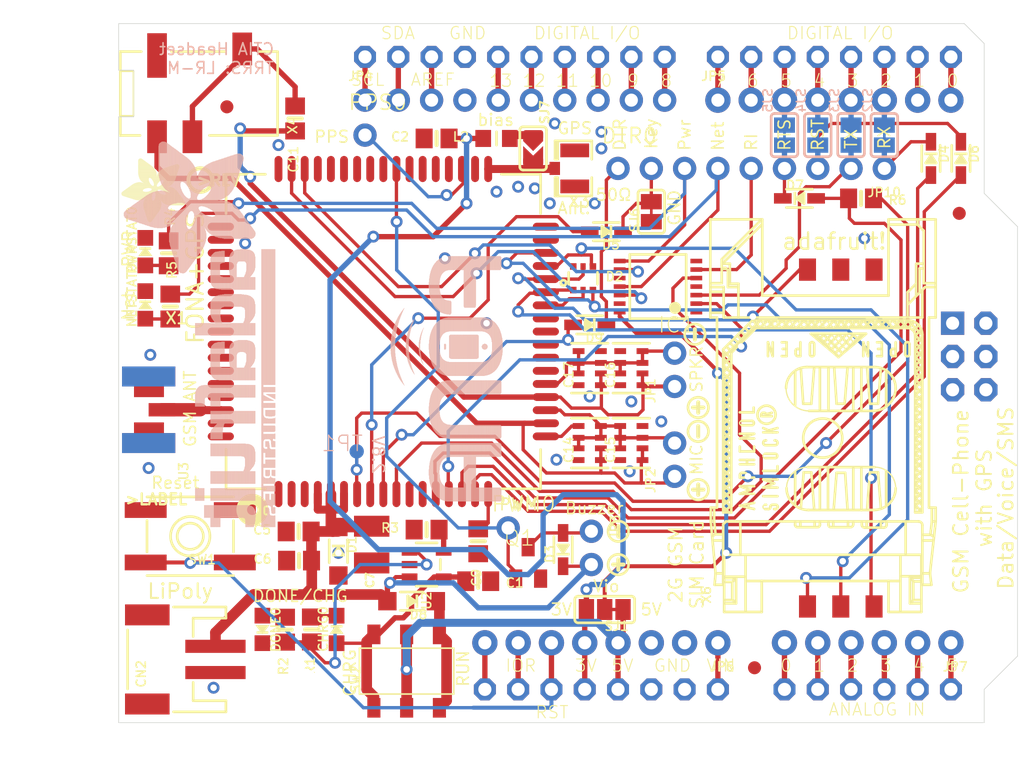
<source format=kicad_pcb>
(kicad_pcb (version 20211014) (generator pcbnew)
  (layers (0 "F.Cu" signal) (31 "B.Cu" signal) (34 "B.Paste" user) (35 "F.Paste" user) (36 "B.SilkS" user "B.Silkscreen") (37 "F.SilkS" user "F.Silkscreen") (38 "B.Mask" user) (39 "F.Mask" user) (44 "Edge.Cuts" user))
  (net 0 "")
  (net 1 "GND")
  (net 2 "N$1")
  (net 3 "N$2")
  (net 4 "N$5")
  (net 5 "N$6")
  (net 6 "PWRKEY")
  (net 7 "NETSTAT")
  (net 8 "PWRSTAT")
  (net 9 "SIMRST")
  (net 10 "SIMCLK")
  (net 11 "SIMDATA")
  (net 12 "2.8V")
  (net 13 "RESET")
  (net 14 "RI")
  (net 15 "UART_RXD")
  (net 16 "UART_TXD")
  (net 17 "VRTC")
  (net 18 "VCCIO")
  (net 19 "GSM_ANT")
  (net 20 "VBUS")
  (net 21 "1.8V")
  (net 22 "NETSTAT_5V")
  (net 23 "N$4")
  (net 24 "PWRSTAT_5V")
  (net 25 "N$9")
  (net 26 "SPEAKER1+")
  (net 27 "MIC1+")
  (net 28 "VBAT")
  (net 29 "+5V")
  (net 30 "RXD_5V")
  (net 31 "TXD_5V")
  (net 32 "RI_5V")
  (net 33 "PWRKEY_5V")
  (net 34 "RESET_5V")
  (net 35 "BUZZ-")
  (net 36 "HP+")
  (net 37 "RTS")
  (net 38 "MIC1-")
  (net 39 "SPEAKER1-")
  (net 40 "PWM1")
  (net 41 "N$3")
  (net 42 "RTS_5V")
  (net 43 "5V")
  (net 44 "N$10")
  (net 45 "SCL")
  (net 46 "SDA")
  (net 47 "AREF")
  (net 48 "D13")
  (net 49 "D12")
  (net 50 "D11")
  (net 51 "D10")
  (net 52 "D9")
  (net 53 "D8")
  (net 54 "D7")
  (net 55 "D6")
  (net 56 "D5")
  (net 57 "D4")
  (net 58 "D3")
  (net 59 "D2")
  (net 60 "D1")
  (net 61 "D0")
  (net 62 "VIN")
  (net 63 "IOREF")
  (net 64 "NC")
  (net 65 "A5")
  (net 66 "A4")
  (net 67 "A3")
  (net 68 "A2")
  (net 69 "A1")
  (net 70 "A0")
  (net 71 "RST")
  (net 72 "N$31")
  (net 73 "GPS_PPS")
  (net 74 "DTR_5V")
  (net 75 "N$42")
  (net 76 "+3V3")
  (footprint "boardEagle:SOD-323" (layer "F.Cu") (at 150.1521 101.3206 180)
    (fp_text reference "D9")
    (fp_text value "1N4148")
  )
  (footprint "" (layer "F.Cu") (at 128.1811 129.1336)
    (fp_text reference "@HOLE3" hide)
    (fp_text value "")
  )
  (footprint "boardEagle:0805-NO" (layer "F.Cu") (at 128.9431 124.5616 -90)
    (fp_text reference "R1")
    (fp_text value "470")
  )
  (footprint "boardEagle:SOD-123" (layer "F.Cu") (at 136.5631 122.4026 180)
    (fp_text reference "D8")
    (fp_text value "MBR120")
  )
  (footprint "boardEagle:SOLDERJUMPER_ARROW_NOPASTE" (layer "F.Cu") (at 145.8341 87.8586 -90)
    (fp_text reference "SJ7")
    (fp_text value "")
  )
  (footprint "boardEagle:0805-NO" (layer "F.Cu") (at 170.8531 91.6686)
    (fp_text reference "R6")
    (fp_text value "10K")
  )
  (footprint "boardEagle:1X06_ROUND_76" (layer "F.Cu") (at 171.3611 125.5776 180)
    (fp_text reference "JP7")
    (fp_text value "")
  )
  (footprint "boardEagle:RESPACK_4X0603" (layer "F.Cu") (at 153.3271 104.6226 90)
    (fp_text reference "C16")
    (fp_text value "33pF")
  )
  (footprint "boardEagle:SYMBOL_PLUS" (layer "F.Cu") (at 158.4281 113.8936 -90)
    (fp_text reference "U$20" hide)
    (fp_text value "" hide)
  )
  (footprint "boardEagle:CHIPLED_0805_NOOUTLINE" (layer "F.Cu") (at 116.2431 95.7326)
    (fp_text reference "PWRSTAT0")
    (fp_text value "GREEN")
  )
  (footprint "boardEagle:SOT23-5" (layer "F.Cu") (at 137.7061 119.6086 -90)
    (fp_text reference "U2")
    (fp_text value "MCP73831T-2ACI/OT")
  )
  (footprint "boardEagle:SOLDERJUMPER_2WAY_OPEN_NOPASTE" (layer "F.Cu") (at 151.2951 123.0376 180)
    (fp_text reference "SJ1")
    (fp_text value "")
  )
  (footprint "boardEagle:SOD-323" (layer "F.Cu") (at 178.4731 88.6206 -90)
    (fp_text reference "D6")
    (fp_text value "1N4148")
  )
  (footprint "boardEagle:1X02_ROUND" (layer "F.Cu") (at 150.2791 118.3386 -90)
    (fp_text reference "JP3")
    (fp_text value "BUZZ")
  )
  (footprint "boardEagle:1X02_ROUND" (layer "F.Cu") (at 156.6291 111.6076 90)
    (fp_text reference "JP2")
    (fp_text value "")
  )
  (footprint "boardEagle:0805-NO" (layer "F.Cu") (at 137.7061 116.9416 180)
    (fp_text reference "R3")
    (fp_text value "2K")
  )
  (footprint "boardEagle:EG1390" (layer "F.Cu") (at 136.1821 127.7366)
    (fp_text reference "SW2")
    (fp_text value "EG1390")
  )
  (footprint "boardEagle:1X10_ROUND70" (layer "F.Cu") (at 144.4371 84.1756)
    (fp_text reference "JP4")
    (fp_text value "")
  )
  (footprint "boardEagle:SYMBOL_MINUS" (layer "F.Cu") (at 152.3321 117.0686 -90)
    (fp_text reference "U$41" hide)
    (fp_text value "" hide)
  )
  (footprint "boardEagle:0805-NO" (layer "F.Cu") (at 126.9111 124.5776 -90)
    (fp_text reference "R2")
    (fp_text value "1K")
  )
  (footprint "" (layer "F.Cu") (at 180.2511 124.0536)
    (fp_text reference "@HOLE2" hide)
    (fp_text value "")
  )
  (footprint "boardEagle:SOD-323" (layer "F.Cu") (at 176.1871 88.6206 -90)
    (fp_text reference "D4")
    (fp_text value "1N4148")
  )
  (footprint "boardEagle:FIDUCIAL_1MM" (layer "F.Cu") (at 122.4661 84.6836)
    (fp_text reference "FID3" hide)
    (fp_text value "FIDUCIAL\"\"" hide)
  )
  (footprint "boardEagle:_0805MP" (layer "F.Cu") (at 143.0401 87.0966 180)
    (fp_text reference "L2")
    (fp_text value "33nH")
  )
  (footprint "boardEagle:ARDUINOR3_ICSP_NODIM" (layer "F.Cu") (at 114.2111 131.6736)
    (fp_text reference "M1" hide)
    (fp_text value "ARDUINO_R3_ICSP_NODIM" hide)
  )
  (footprint "boardEagle:SYMBOL_PLUS" (layer "F.Cu") (at 152.3321 119.6086 -90)
    (fp_text reference "U$35" hide)
    (fp_text value "" hide)
  )
  (footprint "boardEagle:0805-NO" (layer "F.Cu") (at 118.0211 95.8596 90)
    (fp_text reference "R4")
    (fp_text value "1K")
  )
  (footprint "boardEagle:1X01-CLEANBIG" (layer "F.Cu") (at 143.9291 116.8146)
    (fp_text reference "PWM0")
    (fp_text value "")
  )
  (footprint "boardEagle:SYMBOL_MINUS" (layer "F.Cu") (at 158.1741 102.0366 -90)
    (fp_text reference "U$34" hide)
    (fp_text value "" hide)
  )
  (footprint "boardEagle:1X08_ROUND_76" (layer "F.Cu") (at 151.0411 125.5776 180)
    (fp_text reference "JP6")
    (fp_text value "")
  )
  (footprint "boardEagle:CHIPLED_0805_NOOUTLINE" (layer "F.Cu") (at 116.2431 99.7966)
    (fp_text reference "NETSTAT0")
    (fp_text value "BLUE")
  )
  (footprint "boardEagle:RESPACK_4X0603" (layer "F.Cu") (at 150.1521 104.6226 90)
    (fp_text reference "C17")
    (fp_text value "10pF")
  )
  (footprint "boardEagle:4UCONN_18510" (layer "F.Cu") (at 114.3381 83.6676)
    (fp_text reference "X4")
    (fp_text value "4UCONN_18510")
  )
  (footprint "boardEagle:SOD-123" (layer "F.Cu") (at 130.9751 118.5926 -90)
    (fp_text reference "D1")
    (fp_text value "MMSZ5231BT1G")
  )
  (footprint "boardEagle:SMA_EDGELAUNCH_UFL" (layer "F.Cu") (at 114.4651 107.7976)
    (fp_text reference "X1")
    (fp_text value "uFL")
  )
  (footprint "boardEagle:ADAFRUIT_5MM" (layer "F.Cu") (at 119.2911 88.6206 180)
    (fp_text reference "U$36" hide)
    (fp_text value "" hide)
  )
  (footprint "boardEagle:U.FL" (layer "F.Cu") (at 149.0091 89.3826 180)
    (fp_text reference "X3")
    (fp_text value "uFL")
  )
  (footprint "boardEagle:0805-NO" (layer "F.Cu") (at 138.4681 87.0966 180)
    (fp_text reference "C2")
    (fp_text value "33pF")
  )
  (footprint "boardEagle:0805-NO" (layer "F.Cu") (at 118.1481 99.9236 90)
    (fp_text reference "R5")
    (fp_text value "1K")
  )
  (footprint "boardEagle:RESPACK_4X0603" (layer "F.Cu") (at 153.3271 110.3376 90)
    (fp_text reference "C15")
    (fp_text value "10pF")
  )
  (footprint "boardEagle:1X02_ROUND" (layer "F.Cu") (at 156.6291 104.7496 90)
    (fp_text reference "JP1")
    (fp_text value "")
  )
  (footprint "" (layer "F.Cu") (at 180.2511 96.1136)
    (fp_text reference "@HOLE1" hide)
    (fp_text value "")
  )
  (footprint "boardEagle:SYMBOL_MINUS" (layer "F.Cu") (at 158.4281 109.4486 -90)
    (fp_text reference "U$33" hide)
    (fp_text value "" hide)
  )
  (footprint "boardEagle:CHIPLED_0805_NOOUTLINE" (layer "F.Cu") (at 125.1791 124.5556 180)
    (fp_text reference "DONE0")
    (fp_text value "GREEN")
  )
  (footprint "boardEagle:SC59-BEC" (layer "F.Cu") (at 145.4531 119.4816)
    (fp_text reference "Q1")
    (fp_text value "DTC143ZUAT106")
  )
  (footprint "boardEagle:PCBFEAT-REV-040" (layer "F.Cu") (at 120.4341 90.2716)
    (fp_text reference "U$64" hide)
    (fp_text value "" hide)
  )
  (footprint "boardEagle:SOD-323" (layer "F.Cu") (at 166.1541 91.6686)
    (fp_text reference "D7")
    (fp_text value "1N4148")
  )
  (footprint "boardEagle:1X08_ROUND_76" (layer "F.Cu") (at 168.8211 84.1756)
    (fp_text reference "JP5")
    (fp_text value "")
  )
  (footprint "boardEagle:EVQ-Q2" (layer "F.Cu") (at 119.6721 117.4496 180)
    (fp_text reference "SW1")
    (fp_text value "EVQQ2")
  )
  (footprint "" (layer "F.Cu") (at 129.4511 80.8736)
    (fp_text reference "@HOLE0" hide)
    (fp_text value "")
  )
  (footprint "boardEagle:0805-NO" (layer "F.Cu") (at 127.9431 117.0836 180)
    (fp_text reference "C5")
    (fp_text value "10pF")
  )
  (footprint "boardEagle:JSTPH2" (layer "F.Cu") (at 117.8941 126.8476 90)
    (fp_text reference "CN2")
    (fp_text value "JSTPH")
  )
  (footprint "boardEagle:0805-NO" (layer "F.Cu") (at 127.9741 119.3066 180)
    (fp_text reference "C6")
    (fp_text value "33pF")
  )
  (footprint "boardEagle:FIDUCIAL_1MM" (layer "F.Cu") (at 178.3461 92.8116)
    (fp_text reference "FID2" hide)
    (fp_text value "FIDUCIAL\"\"" hide)
  )
  (footprint "boardEagle:0805-NO" (layer "F.Cu") (at 141.6431 117.8306 -90)
    (fp_text reference "C9")
    (fp_text value "10uF")
  )
  (footprint "boardEagle:C707_10M006_512_2" (layer "F.Cu") (at 167.9321 109.9566 90)
    (fp_text reference "X6")
    (fp_text value "SIM_LOCKAMPHENOL")
  )
  (footprint "boardEagle:SOD-323" (layer "F.Cu") (at 148.1201 118.4656 90)
    (fp_text reference "D3")
    (fp_text value "1N4148")
  )
  (footprint "boardEagle:1X01-CLEANBIG" (layer "F.Cu") (at 152.3111 89.3826)
    (fp_text reference "DTR0")
    (fp_text value "")
  )
  (footprint "boardEagle:SIM900_SMT" (layer "F.Cu") (at 134.4041 101.8286 90)
    (fp_text reference "U3")
    (fp_text value "SIM808")
  )
  (footprint "boardEagle:SOT363" (layer "F.Cu") (at 149.6441 97.7646)
    (fp_text reference "D2")
    (fp_text value "SMF05C")
  )
  (footprint "boardEagle:SOLDERJUMPER_CLOSEDWIRE" (layer "F.Cu") (at 154.8511 92.6846 90)
    (fp_text reference "SJ6")
    (fp_text value "")
  )
  (footprint "boardEagle:1X08_ROUND_70" (layer "F.Cu") (at 163.7411 89.3826 180)
    (fp_text reference "JP10")
    (fp_text value "")
  )
  (footprint "boardEagle:SOD-323" (layer "F.Cu") (at 151.4221 94.2086 180)
    (fp_text reference "D5")
    (fp_text value "1N4148")
  )
  (footprint "boardEagle:RESPACK_4X0603" (layer "F.Cu") (at 150.1521 110.3376 90)
    (fp_text reference "C14")
    (fp_text value "33pF")
  )
  (footprint "boardEagle:C1210" (layer "F.Cu") (at 133.5151 118.0846 -90)
    (fp_text reference "C7")
    (fp_text value "100uF")
  )
  (footprint "boardEagle:SYMBOL_PLUS" (layer "F.Cu") (at 158.4281 107.6246 -90)
    (fp_text reference "U$2" hide)
    (fp_text value "" hide)
  )
  (footprint "boardEagle:CHIPLED_0805_NOOUTLINE" (layer "F.Cu") (at 130.8371 124.5606)
    (fp_text reference "CHRG0")
    (fp_text value "ORANGE")
  )
  (footprint "boardEagle:0805-NO" (layer "F.Cu") (at 127.6731 85.5726 -90)
    (fp_text reference "C11")
    (fp_text value "10uF")
  )
  (footprint "boardEagle:TSSOP14" (layer "F.Cu") (at 155.3591 98.3996 90)
    (fp_text reference "IC1")
    (fp_text value "74VHCT125PW")
  )
  (footprint "boardEagle:0805-NO" (layer "F.Cu") (at 141.6431 120.8786)
    (fp_text reference "C1")
    (fp_text value "10µF")
  )
  (footprint "boardEagle:1X01-CLEANBIG" (layer "F.Cu") (at 133.0071 86.8426)
    (fp_text reference "PPS0")
    (fp_text value "")
  )
  (footprint "boardEagle:FIDUCIAL_1MM" (layer "F.Cu") (at 162.7251 127.4826)
    (fp_text reference "FID1" hide)
    (fp_text value "FIDUCIAL\"\"" hide)
  )
  (footprint "boardEagle:TP11R" (layer "B.Cu") (at 132.3721 110.9726 180)
    (fp_text reference "TP1")
    (fp_text value "TPTP11R")
  )
  (footprint "boardEagle:FONA_LOGO" (layer "B.Cu") (at 143.6751 95.6056 -90)
    (fp_text reference "U$26" hide)
    (fp_text value "" hide)
  )
  (footprint "boardEagle:SOLDERJUMPER_CLOSEDWIRE" (layer "B.Cu") (at 172.6311 86.8426 -90)
    (fp_text reference "SJ2")
    (fp_text value "")
  )
  (footprint "boardEagle:SOLDERJUMPER_CLOSEDWIRE" (layer "B.Cu") (at 170.0911 86.8426 -90)
    (fp_text reference "SJ3")
    (fp_text value "")
  )
  (footprint "boardEagle:ADAFRUIT_TEXT_30MM" (layer "B.Cu") (at 126.1491 87.0966 -90)
    (fp_text reference "U$25" hide)
    (fp_text value "" hide)
  )
  (footprint "boardEagle:SOLDERJUMPER_CLOSEDWIRE" (layer "B.Cu") (at 167.5511 86.8426 -90)
    (fp_text reference "SJ4")
    (fp_text value "")
  )
  (footprint "boardEagle:SOLDERJUMPER_CLOSEDWIRE" (layer "B.Cu") (at 165.0111 86.8426 -90)
    (fp_text reference "SJ5")
    (fp_text value "")
  )
  (gr_line (start 180.2511 91.2876) (end 180.2511 79.8576) (layer "Edge.Cuts") (width 0.05))
  (gr_line (start 180.2511 79.8576) (end 178.7271 78.3336) (layer "Edge.Cuts") (width 0.05))
  (gr_line (start 182.7911 93.8276) (end 180.2511 91.2876) (layer "Edge.Cuts") (width 0.05))
  (gr_line (start 115.3541 85.4456) (end 114.2111 85.4456) (layer "Edge.Cuts") (width 0.05))
  (gr_line (start 180.2511 131.6736) (end 180.2511 129.1336) (layer "Edge.Cuts") (width 0.05))
  (gr_line (start 114.2111 78.3336) (end 114.2111 81.8896) (layer "Edge.Cuts") (width 0.05))
  (gr_line (start 114.2111 131.6736) (end 180.2511 131.6736) (layer "Edge.Cuts") (width 0.05))
  (gr_line (start 182.7911 126.5936) (end 182.7911 93.8276) (layer "Edge.Cuts") (width 0.05))
  (gr_line (start 180.2511 129.1336) (end 182.7911 126.5936) (layer "Edge.Cuts") (width 0.05))
  (gr_line (start 114.2111 81.8896) (end 115.3541 81.8896) (layer "Edge.Cuts") (width 0.05))
  (gr_line (start 115.3541 81.8896) (end 115.3541 85.4456) (layer "Edge.Cuts") (width 0.05))
  (gr_line (start 114.2111 85.4456) (end 114.2111 131.6736) (layer "Edge.Cuts") (width 0.05))
  (gr_line (start 178.7271 78.3336) (end 114.2111 78.3336) (layer "Edge.Cuts") (width 0.05))
  (gr_text "2.8V" (at 134.5311 109.7026 -90) (layer "B.SilkS") (effects (font (size 0.89408 0.89408) (thickness 0.12192)) (justify right top mirror)))
  (gr_text "CTIA Headset\nTRRS: LR-M" (at 126.1491 81.0006) (layer "B.SilkS") (effects (font (size 0.89408 0.89408) (thickness 0.12192)) (justify left mirror)))
  (gr_text "CHRG" (at 132.3721 129.7686 90) (layer "F.SilkS") (effects (font (size 0.89408 0.89408) (thickness 0.12192)) (justify left bottom)))
  (gr_text "Net" (at 159.9311 88.1126 90) (layer "F.SilkS") (effects (font (size 0.89408 0.89408) (thickness 0.12192)) (justify left)))
  (gr_text "50Ω" (at 150.5331 91.9226) (layer "F.SilkS") (effects (font (size 0.89408 0.89408) (thickness 0.12192)) (justify left bottom)))
  (gr_text "RUN" (at 141.0081 129.0066 90) (layer "F.SilkS") (effects (font (size 0.89408 0.89408) (thickness 0.12192)) (justify left bottom)))
  (gr_text "with GPS" (at 180.2511 114.5286 90) (layer "F.SilkS") (effects (font (size 1.1176 1.1176) (thickness 0.1524))))
  (gr_text "PPS" (at 131.8641 86.9696) (layer "F.SilkS") (effects (font (size 0.89408 0.89408) (thickness 0.12192)) (justify right)))
  (gr_text "Reset" (at 116.6241 113.8936) (layer "F.SilkS") (effects (font (size 0.89408 0.89408) (thickness 0.12192)) (justify left bottom)))
  (gr_text "MIC" (at 158.3011 111.6076 90) (layer "F.SilkS") (effects (font (size 0.89408 0.89408) (thickness 0.12192))))
  (gr_text "RTS" (at 165.0111 88.1126 90) (layer "F.SilkS") (effects (font (size 0.89408 0.89408) (thickness 0.12192)) (justify left)))
  (gr_text "3V" (at 147.9931 123.0376) (layer "F.SilkS") (effects (font (size 0.89408 0.89408) (thickness 0.12192))))
  (gr_text "RST" (at 167.5511 88.1126 90) (layer "F.SilkS") (effects (font (size 0.89408 0.89408) (thickness 0.12192)) (justify left)))
  (gr_text "RX" (at 172.6311 87.9856 90) (layer "F.SilkS") (effects (font (size 0.89408 0.89408) (thickness 0.12192)) (justify left)))
  (gr_text "TX" (at 170.0911 87.9856 90) (layer "F.SilkS") (effects (font (size 0.89408 0.89408) (thickness 0.12192)) (justify left)))
  (gr_text "Pwr" (at 157.3911 88.1126 90) (layer "F.SilkS") (effects (font (size 0.89408 0.89408) (thickness 0.12192)) (justify left)))
  (gr_text "2G GSM\nSIM Card" (at 157.5181 119.6086 90) (layer "F.SilkS") (effects (font (size 1.00584 1.00584) (thickness 0.13716))))
  (gr_text "5V" (at 154.8511 123.0376) (layer "F.SilkS") (effects (font (size 0.89408 0.89408) (thickness 0.12192))))
  (gr_text "GSM ANT" (at 120.1801 110.7186 90) (layer "F.SilkS") (effects (font (size 0.89408 0.89408) (thickness 0.12192)) (justify left bottom)))
  (gr_text "Net" (at 115.4811 101.0666 90) (layer "F.SilkS") (effects (font (size 0.89408 0.89408) (thickness 0.12192)) (justify left bottom)))
  (gr_text "SPKR" (at 158.3011 104.7036 90) (layer "F.SilkS") (effects (font (size 0.89408 0.89408) (thickness 0.12192))))
  (gr_text "GND" (at 157.1371 93.8276 90) (layer "F.SilkS") (effects (font (size 0.89408 0.89408) (thickness 0.12192)) (justify left bottom)))
  (gr_text "PWR" (at 115.4811 97.0026 90) (layer "F.SilkS") (effects (font (size 0.89408 0.89408) (thickness 0.12192)) (justify left bottom)))
  (gr_text "PWM" (at 143.1671 115.5446) (layer "F.SilkS") (effects (font (size 0.89408 0.89408) (thickness 0.12192)) (justify left bottom)))
  (gr_text "FONA+GPS" (at 120.0531 97.7646 90) (layer "F.SilkS") (effects (font (size 1.251712 1.251712) (thickness 0.170688))))
  (gr_text "LiPoly" (at 118.9101 121.6406) (layer "F.SilkS") (effects (font (size 1.1176 1.1176) (thickness 0.1524))))
  (gr_text "Buzzer" (at 152.8191 114.7826) (layer "F.SilkS") (effects (font (size 0.89408 0.89408) (thickness 0.12192)) (justify right top)))
  (gr_text "bias" (at 141.5161 86.2076) (layer "F.SilkS") (effects (font (size 0.89408 0.89408) (thickness 0.12192)) (justify left bottom)))
  (gr_text "Ant." (at 147.6121 92.9386) (layer "F.SilkS") (effects (font (size 0.89408 0.89408) (thickness 0.12192)) (justify left bottom)))
  (gr_text "RI" (at 162.4711 88.1126 90) (layer "F.SilkS") (effects (font (size 0.89408 0.89408) (thickness 0.12192)) (justify left)))
  (gr_text "Vio" (at 151.4221 121.2596) (layer "F.SilkS") (effects (font (size 0.89408 0.89408) (thickness 0.12192))))
  (gr_text "DTR" (at 152.4381 88.1126 90) (layer "F.SilkS") (effects (font (size 0.89408 0.89408) (thickness 0.12192)) (justify left)))
  (gr_text "adafruit!" (at 172.8851 94.2086) (layer "F.SilkS") (effects (font (size 1.251712 1.251712) (thickness 0.170688)) (justify right top)))
  (gr_text "GPS" (at 147.6121 86.8426) (layer "F.SilkS") (effects (font (size 0.89408 0.89408) (thickness 0.12192)) (justify left bottom)))
  (gr_text "Data/Voice/SMS" (at 181.9021 114.5286 90) (layer "F.SilkS") (effects (font (size 1.1176 1.1176) (thickness 0.1524))))
  (gr_text "Key" (at 154.8511 87.9856 90) (layer "F.SilkS") (effects (font (size 0.89408 0.89408) (thickness 0.12192)) (justify left)))
  (gr_text "GSM Cell-Phone" (at 178.4731 114.7826 90) (layer "F.SilkS") (effects (font (size 1.1176 1.1176) (thickness 0.1524))))
  (gr_text "DONE/CHG" (at 124.3711 122.5296) (layer "F.SilkS") (effects (font (size 0.89408 0.89408) (thickness 0.12192)) (justify left bottom)))
  (segment (start 149.6441 98.6646) (end 149.6441 99.3206) (width 0.254) (layer "F.Cu") (net 1))
  (segment (start 148.7851 109.0376) (end 147.9931 109.8296) (width 0.254) (layer "F.Cu") (net 1))
  (segment (start 149.6441 99.3206) (end 148.5961 99.3206) (width 0.254) (layer "F.Cu") (net 1))
  (segment (start 148.5961 99.3206) (end 148.0881 99.8286) (width 0.254) (layer "F.Cu") (net 1))
  (segment (start 149.3021 109.0376) (end 148.7851 109.0376) (width 0.254) (layer "F.Cu") (net 1))
  (segment (start 147.9931 109.8296) (end 146.8051 109.8296) (width 0.254) (layer "F.Cu") (net 1))
  (segment (start 146.8051 109.8296) (end 146.8041 109.8286) (width 0.254) (layer "F.Cu") (net 1))
  (segment (start 148.0881 99.8286) (end 146.8041 99.8286) (width 0.254) (layer "F.Cu") (net 1))
  (via (at 155.6131 108.6866) (size 0.9064) (drill 0.5) (layers "F.Cu" "B.Cu") (net 1))
  (via (at 116.6241 103.6066) (size 0.9064) (drill 0.5) (layers "F.Cu" "B.Cu") (net 1))
  (via (at 147.4851 85.9536) (size 0.9064) (drill 0.5) (layers "F.Cu" "B.Cu") (net 1))
  (via (at 150.5331 92.0496) (size 0.9064) (drill 0.5) (layers "F.Cu" "B.Cu") (net 1))
  (via (at 130.9751 118.7196) (size 0.9064) (drill 0.5) (layers "F.Cu" "B.Cu") (net 1))
  (via (at 139.1031 96.2406) (size 0.9064) (drill 0.5) (layers "F.Cu" "B.Cu") (net 1))
  (via (at 151.0411 86.5886) (size 0.9064) (drill 0.5) (layers "F.Cu" "B.Cu") (net 1))
  (via (at 116.4971 112.2426) (size 0.9064) (drill 0.5) (layers "F.Cu" "B.Cu") (net 1))
  (via (at 147.1041 92.0496) (size 0.9064) (drill 0.5) (layers "F.Cu" "B.Cu") (net 1))
  (via (at 153.3271 107.1626) (size 0.9064) (drill 0.5) (layers "F.Cu" "B.Cu") (net 1))
  (via (at 153.2001 112.4966) (size 0.9064) (drill 0.5) (layers "F.Cu" "B.Cu") (net 1))
  (via (at 142.2781 101.1936) (size 0.9064) (drill 0.5) (layers "F.Cu" "B.Cu") (net 1))
  (via (at 171.1071 94.7166) (size 0.9064) (drill 0.5) (layers "F.Cu" "B.Cu") (net 1))
  (via (at 144.6911 90.7796) (size 0.9064) (drill 0.5) (layers "F.Cu" "B.Cu") (net 1))
  (via (at 123.8631 95.0976) (size 0.9064) (drill 0.5) (layers "F.Cu" "B.Cu") (net 1))
  (via (at 121.4501 129.0066) (size 0.9064) (drill 0.5) (layers "F.Cu" "B.Cu") (net 1))
  (via (at 145.9611 90.9066) (size 0.9064) (drill 0.5) (layers "F.Cu" "B.Cu") (net 1))
  (via (at 147.6121 111.6076) (size 0.9064) (drill 0.5) (layers "F.Cu" "B.Cu") (net 1))
  (via (at 126.4031 87.6046) (size 0.9064) (drill 0.5) (layers "F.Cu" "B.Cu") (net 1))
  (via (at 143.0401 91.1606) (size 0.9064) (drill 0.5) (layers "F.Cu" "B.Cu") (net 1))
  (via (at 151.0411 87.8586) (size 0.9064) (drill 0.5) (layers "F.Cu" "B.Cu") (net 1))
  (via (at 150.1521 106.7816) (size 0.9064) (drill 0.5) (layers "F.Cu" "B.Cu") (net 1))
  (segment (start 129.0441 123.5106) (end 128.9431 123.6116) (width 0.254) (layer "F.Cu") (net 2))
  (segment (start 130.8371 123.5106) (end 129.0441 123.5106) (width 0.254) (layer "F.Cu") (net 2))
  (segment (start 129.9591 127.1016) (end 130.7211 127.1016) (width 0.254) (layer "F.Cu") (net 3))
  (segment (start 137.7061 119.3546) (end 137.7061 119.6086) (width 0.254) (layer "F.Cu") (net 3))
  (segment (start 128.9431 125.5116) (end 126.9271 125.5116) (width 0.254) (layer "F.Cu") (net 3))
  (segment (start 137.0101 118.6586) (end 137.7061 119.3546) (width 0.254) (layer "F.Cu") (net 3))
  (segment (start 126.9271 125.5116) (end 126.9111 125.5276) (width 0.254) (layer "F.Cu") (net 3))
  (segment (start 128.9431 126.0856) (end 129.9591 127.1016) (width 0.254) (layer "F.Cu") (net 3))
  (segment (start 128.9431 125.5116) (end 128.9431 126.0856) (width 0.254) (layer "F.Cu") (net 3))
  (segment (start 136.406 118.6586) (end 137.0101 118.6586) (width 0.254) (layer "F.Cu") (net 3))
  (via (at 130.7211 127.1016) (size 0.9064) (drill 0.5) (layers "F.Cu" "B.Cu") (net 3))
  (via (at 137.7061 119.6086) (size 0.9064) (drill 0.5) (layers "F.Cu" "B.Cu") (net 3))
  (segment (start 130.7211 127.1016) (end 130.7211 121.5136) (width 0.254) (layer "B.Cu") (net 3))
  (segment (start 137.7061 119.6086) (end 132.6261 119.6086) (width 0.254) (layer "B.Cu") (net 3))
  (segment (start 130.7211 121.5136) (end 132.6261 119.6086) (width 0.254) (layer "B.Cu") (net 3))
  (segment (start 139.0062 117.2917) (end 139.0062 118.6586) (width 0.4064) (layer "F.Cu") (net 4))
  (segment (start 138.6561 116.9416) (end 139.0062 117.2917) (width 0.4064) (layer "F.Cu") (net 4))
  (segment (start 125.3011 123.6276) (end 125.1791 123.5056) (width 0.254) (layer "F.Cu") (net 5))
  (segment (start 126.9111 123.6276) (end 125.3011 123.6276) (width 0.254) (layer "F.Cu") (net 5))
  (segment (start 147.7391 93.0656) (end 144.5641 93.0656) (width 0.254) (layer "F.Cu") (net 6))
  (segment (start 142.4051 99.4156) (end 141.0081 100.8126) (width 0.254) (layer "F.Cu") (net 6))
  (segment (start 133.5151 114.1176) (end 133.4041 114.2286) (width 0.254) (layer "F.Cu") (net 6))
  (segment (start 133.5151 108.9406) (end 133.5151 114.1176) (width 0.254) (layer "F.Cu") (net 6))
  (segment (start 148.8821 94.2086) (end 147.7391 93.0656) (width 0.254) (layer "F.Cu") (net 6))
  (segment (start 142.4051 95.2246) (end 142.4051 99.4156) (width 0.254) (layer "F.Cu") (net 6))
  (segment (start 141.0081 100.8126) (end 137.0711 100.8126) (width 0.254) (layer "F.Cu") (net 6))
  (segment (start 144.5641 93.0656) (end 142.4051 95.2246) (width 0.254) (layer "F.Cu") (net 6))
  (segment (start 150.1521 94.2086) (end 148.8821 94.2086) (width 0.254) (layer "F.Cu") (net 6))
  (via (at 133.5151 108.9406) (size 0.9064) (drill 0.5) (layers "F.Cu" "B.Cu") (net 6))
  (via (at 137.0711 100.8126) (size 0.9064) (drill 0.5) (layers "F.Cu" "B.Cu") (net 6))
  (segment (start 137.0711 100.8126) (end 133.5151 104.3686) (width 0.254) (layer "B.Cu") (net 6))
  (segment (start 133.5151 104.3686) (end 133.5151 108.9406) (width 0.254) (layer "B.Cu") (net 6))
  (segment (start 127.4041 91.2726) (end 135.2931 99.1616) (width 0.254) (layer "F.Cu") (net 7))
  (segment (start 141.5161 97.3836) (end 139.7381 99.1616) (width 0.254) (layer "F.Cu") (net 7))
  (segment (start 152.4341 99.0496) (end 153.8501 99.0496) (width 0.254) (layer "F.Cu") (net 7))
  (segment (start 127.4041 89.4286) (end 127.4041 91.2726) (width 0.254) (layer "F.Cu") (net 7))
  (segment (start 135.2931 99.1616) (end 139.7381 99.1616) (width 0.254) (layer "F.Cu") (net 7))
  (segment (start 153.8501 99.0496) (end 154.0891 99.2886) (width 0.254) (layer "F.Cu") (net 7))
  (via (at 154.0891 99.2886) (size 0.9064) (drill 0.5) (layers "F.Cu" "B.Cu") (net 7))
  (via (at 141.5161 97.3836) (size 0.9064) (drill 0.5) (layers "F.Cu" "B.Cu") (net 7))
  (segment (start 153.5811 98.7806) (end 148.8821 98.7806) (width 0.254) (layer "B.Cu") (net 7))
  (segment (start 143.1671 95.7326) (end 141.5161 97.3836) (width 0.254) (layer "B.Cu") (net 7))
  (segment (start 148.8821 98.7806) (end 145.8341 95.7326) (width 0.254) (layer "B.Cu") (net 7))
  (segment (start 145.8341 95.7326) (end 143.1671 95.7326) (width 0.254) (layer "B.Cu") (net 7))
  (segment (start 154.0891 99.2886) (end 153.5811 98.7806) (width 0.254) (layer "B.Cu") (net 7))
  (segment (start 153.6781 97.0996) (end 153.8351 97.2566) (width 0.254) (layer "F.Cu") (net 8))
  (segment (start 128.4041 89.4286) (end 128.4041 91.2566) (width 0.254) (layer "F.Cu") (net 8))
  (segment (start 152.4341 97.0996) (end 153.6781 97.0996) (width 0.254) (layer "F.Cu") (net 8))
  (segment (start 141.3891 95.8596) (end 138.8491 98.3996) (width 0.254) (layer "F.Cu") (net 8))
  (segment (start 135.5471 98.3996) (end 138.8491 98.3996) (width 0.254) (layer "F.Cu") (net 8))
  (segment (start 128.4041 91.2566) (end 135.5471 98.3996) (width 0.254) (layer "F.Cu") (net 8))
  (via (at 153.8351 97.2566) (size 0.9064) (drill 0.5) (layers "F.Cu" "B.Cu") (net 8))
  (via (at 141.3891 95.8596) (size 0.9064) (drill 0.5) (layers "F.Cu" "B.Cu") (net 8))
  (segment (start 149.1361 97.2566) (end 147.1041 95.2246) (width 0.254) (layer "B.Cu") (net 8))
  (segment (start 147.1041 95.2246) (end 142.0241 95.2246) (width 0.254) (layer "B.Cu") (net 8))
  (segment (start 142.0241 95.2246) (end 141.3891 95.8596) (width 0.254) (layer "B.Cu") (net 8))
  (segment (start 153.8351 97.2566) (end 149.1361 97.2566) (width 0.254) (layer "B.Cu") (net 8))
  (segment (start 150.3941 99.7846) (end 150.5331 99.9236) (width 0.254) (layer "F.Cu") (net 9))
  (segment (start 169.3071 122.8066) (end 169.3071 119.5036) (width 0.254) (layer "F.Cu") (net 9))
  (segment (start 150.3941 98.6646) (end 150.3941 99.7846) (width 0.254) (layer "F.Cu") (net 9))
  (segment (start 144.5951 95.8286) (end 146.8041 95.8286) (width 0.254) (layer "F.Cu") (net 9))
  (segment (start 143.8021 96.6216) (end 144.5951 95.8286) (width 0.254) (layer "F.Cu") (net 9))
  (segment (start 169.3071 119.5036) (end 169.4561 119.3546) (width 0.254) (layer "F.Cu") (net 9))
  (via (at 150.5331 99.9236) (size 0.9064) (drill 0.5) (layers "F.Cu" "B.Cu") (net 9))
  (via (at 169.4561 119.3546) (size 0.9064) (drill 0.5) (layers "F.Cu" "B.Cu") (net 9))
  (via (at 143.8021 96.6216) (size 0.9064) (drill 0.5) (layers "F.Cu" "B.Cu") (net 9))
  (segment (start 147.8661 99.4156) (end 145.0721 96.6216) (width 0.254) (layer "B.Cu") (net 9))
  (segment (start 150.5331 99.9236) (end 150.0251 99.4156) (width 0.254) (layer "B.Cu") (net 9))
  (segment (start 145.0721 96.6216) (end 143.8021 96.6216) (width 0.254) (layer "B.Cu") (net 9))
  (segment (start 169.4561 119.3546) (end 173.0121 115.7986) (width 0.254) (layer "B.Cu") (net 9))
  (segment (start 150.0251 99.4156) (end 147.8661 99.4156) (width 0.254) (layer "B.Cu") (net 9))
  (segment (start 164.7571 100.9396) (end 163.6141 99.7966) (width 0.254) (layer "B.Cu") (net 9))
  (segment (start 173.0121 115.7986) (end 173.0121 102.8446) (width 0.254) (layer "B.Cu") (net 9))
  (segment (start 160.6931 99.7966) (end 160.3121 100.1776) (width 0.254) (layer "B.Cu") (net 9))
  (segment (start 171.1071 100.9396) (end 164.7571 100.9396) (width 0.254) (layer "B.Cu") (net 9))
  (segment (start 163.6141 99.7966) (end 160.6931 99.7966) (width 0.254) (layer "B.Cu") (net 9))
  (segment (start 160.3121 100.1776) (end 150.7871 100.1776) (width 0.254) (layer "B.Cu") (net 9))
  (segment (start 173.0121 102.8446) (end 171.1071 100.9396) (width 0.254) (layer "B.Cu") (net 9))
  (segment (start 150.7871 100.1776) (end 150.5331 99.9236) (width 0.254) (layer "B.Cu") (net 9))
  (segment (start 148.5011 95.9866) (end 149.5171 95.9866) (width 0.254) (layer "F.Cu") (net 10))
  (segment (start 149.5171 95.9866) (end 150.2791 95.9866) (width 0.254) (layer "F.Cu") (net 10))
  (segment (start 146.8041 96.8286) (end 147.6591 96.8286) (width 0.254) (layer "F.Cu") (net 10))
  (segment (start 150.2791 96.7496) (end 150.3941 96.8646) (width 0.254) (layer "F.Cu") (net 10))
  (segment (start 150.2791 95.9866) (end 150.2791 96.7496) (width 0.254) (layer "F.Cu") (net 10))
  (segment (start 149.5171 95.4786) (end 149.5171 95.9866) (width 0.254) (layer "F.Cu") (net 10))
  (segment (start 166.6621 120.6246) (end 166.7671 120.7296) (width 0.254) (layer "F.Cu") (net 10))
  (segment (start 166.7671 120.7296) (end 166.7671 122.8066) (width 0.254) (layer "F.Cu") (net 10))
  (segment (start 147.6591 96.8286) (end 148.5011 95.9866) (width 0.254) (layer "F.Cu") (net 10))
  (via (at 166.6621 120.6246) (size 0.9064) (drill 0.5) (layers "F.Cu" "B.Cu") (net 10))
  (via (at 149.5171 95.4786) (size 0.9064) (drill 0.5) (layers "F.Cu" "B.Cu") (net 10))
  (segment (start 171.6151 100.1776) (end 174.4091 102.9716) (width 0.254) (layer "B.Cu") (net 10))
  (segment (start 169.9641 120.6246) (end 166.6621 120.6246) (width 0.254) (layer "B.Cu") (net 10))
  (segment (start 161.2011 95.4786) (end 149.5171 95.4786) (width 0.254) (layer "B.Cu") (net 10))
  (segment (start 165.9001 100.1776) (end 171.6151 100.1776) (width 0.254) (layer "B.Cu") (net 10))
  (segment (start 174.4091 116.1796) (end 169.9641 120.6246) (width 0.254) (layer "B.Cu") (net 10))
  (segment (start 161.2011 95.4786) (end 165.9001 100.1776) (width 0.254) (layer "B.Cu") (net 10))
  (segment (start 174.4091 102.9716) (end 174.4091 116.1796) (width 0.254) (layer "B.Cu") (net 10))
  (segment (start 144.7551 97.8286) (end 146.8041 97.8286) (width 0.254) (layer "F.Cu") (net 11))
  (segment (start 149.6441 97.5106) (end 149.6441 96.8646) (width 0.254) (layer "F.Cu") (net 11))
  (segment (start 166.7671 97.1066) (end 166.1771 97.1066) (width 0.254) (layer "F.Cu") (net 11))
  (segment (start 166.1771 97.1066) (end 162.5981 100.6856) (width 0.254) (layer "F.Cu") (net 11))
  (segment (start 146.8041 97.8286) (end 149.3261 97.8286) (width 0.254) (layer "F.Cu") (net 11))
  (segment (start 144.6911 97.7646) (end 144.7551 97.8286) (width 0.254) (layer "F.Cu") (net 11))
  (segment (start 149.3261 97.8286) (end 149.6441 97.5106) (width 0.254) (layer "F.Cu") (net 11))
  (via (at 162.5981 100.6856) (size 0.9064) (drill 0.5) (layers "F.Cu" "B.Cu") (net 11))
  (via (at 144.6911 97.7646) (size 0.9064) (drill 0.5) (layers "F.Cu" "B.Cu") (net 11))
  (segment (start 147.4851 100.0506) (end 145.1991 97.7646) (width 0.254) (layer "B.Cu") (net 11))
  (segment (start 162.5981 100.6856) (end 162.3441 100.9396) (width 0.254) (layer "B.Cu") (net 11))
  (segment (start 148.8821 100.0506) (end 147.4851 100.0506) (width 0.254) (layer "B.Cu") (net 11))
  (segment (start 149.7711 100.9396) (end 148.8821 100.0506) (width 0.254) (layer "B.Cu") (net 11))
  (segment (start 145.1991 97.7646) (end 144.6911 97.7646) (width 0.254) (layer "B.Cu") (net 11))
  (segment (start 162.3441 100.9396) (end 149.7711 100.9396) (width 0.254) (layer "B.Cu") (net 11))
  (segment (start 136.9441 108.0516) (end 138.7221 109.8296) (width 0.254) (layer "F.Cu") (net 12))
  (segment (start 132.3721 114.2606) (end 132.3721 112.3696) (width 0.254) (layer "F.Cu") (net 12))
  (segment (start 146.4691 113.3856) (end 152.0571 113.3856) (width 0.254) (layer "F.Cu") (net 12))
  (segment (start 174.4091 104.1146) (end 174.4091 93.7006) (width 0.254) (layer "F.Cu") (net 12))
  (segment (start 132.3721 112.3696) (end 132.3721 108.4326) (width 0.254) (layer "F.Cu") (net 12))
  (segment (start 160.3121 114.7826) (end 162.2171 112.8776) (width 0.254) (layer "F.Cu") (net 12))
  (segment (start 152.0571 113.3856) (end 153.4541 114.7826) (width 0.254) (layer "F.Cu") (net 12))
  (segment (start 174.4091 93.7006) (end 172.3771 91.6686) (width 0.254) (layer "F.Cu") (net 12))
  (segment (start 172.3771 91.6686) (end 171.8031 91.6686) (width 0.254) (layer "F.Cu") (net 12))
  (segment (start 168.1861 110.3376) (end 174.4091 104.1146) (width 0.254) (layer "F.Cu") (net 12))
  (segment (start 142.9131 109.8296) (end 146.4691 113.3856) (width 0.254) (layer "F.Cu") (net 12))
  (segment (start 153.4541 114.7826) (end 160.3121 114.7826) (width 0.254) (layer "F.Cu") (net 12))
  (segment (start 132.4041 114.2286) (end 132.3721 114.2606) (width 0.254) (layer "F.Cu") (net 12))
  (segment (start 132.3721 108.4326) (end 132.7531 108.0516) (width 0.254) (layer "F.Cu") (net 12))
  (segment (start 138.7221 109.8296) (end 142.9131 109.8296) (width 0.254) (layer "F.Cu") (net 12))
  (segment (start 132.7531 108.0516) (end 136.9441 108.0516) (width 0.254) (layer "F.Cu") (net 12))
  (via (at 168.1861 110.3376) (size 0.9064) (drill 0.5) (layers "F.Cu" "B.Cu") (net 12))
  (via (at 162.2171 112.8776) (size 0.9064) (drill 0.5) (layers "F.Cu" "B.Cu") (net 12))
  (via (at 132.3721 112.3696) (size 0.9064) (drill 0.5) (layers "F.Cu" "B.Cu") (net 12))
  (segment (start 132.3721 112.3696) (end 132.3721 110.9726) (width 0.254) (layer "B.Cu") (net 12))
  (segment (start 165.6461 112.8776) (end 168.1861 110.3376) (width 0.254) (layer "B.Cu") (net 12))
  (segment (start 162.2171 112.8776) (end 165.6461 112.8776) (width 0.254) (layer "B.Cu") (net 12))
  (segment (start 175.6791 92.6846) (end 175.6791 105.2576) (width 0.254) (layer "F.Cu") (net 13))
  (segment (start 145.4531 115.5446) (end 142.6591 112.7506) (width 0.254) (layer "F.Cu") (net 13))
  (segment (start 163.8681 117.0686) (end 175.6791 105.2576) (width 0.254) (layer "F.Cu") (net 13))
  (segment (start 141.2621 114.0866) (end 141.4041 114.2286) (width 0.254) (layer "F.Cu") (net 13))
  (segment (start 178.4731 89.8906) (end 175.6791 92.6846) (width 0.254) (layer "F.Cu") (net 13))
  (segment (start 141.2621 113.2586) (end 141.2621 114.0866) (width 0.254) (layer "F.Cu") (net 13))
  (segment (start 151.0411 115.5446) (end 145.4531 115.5446) (width 0.254) (layer "F.Cu") (net 13))
  (segment (start 152.5651 117.0686) (end 151.0411 115.5446) (width 0.254) (layer "F.Cu") (net 13))
  (segment (start 142.6591 112.7506) (end 141.7701 112.7506) (width 0.254) (layer "F.Cu") (net 13))
  (segment (start 141.7701 112.7506) (end 141.2621 113.2586) (width 0.254) (layer "F.Cu") (net 13))
  (segment (start 163.8681 117.0686) (end 152.5651 117.0686) (width 0.254) (layer "F.Cu") (net 13))
  (segment (start 156.5021 98.5266) (end 156.5021 99.9236) (width 0.254) (layer "F.Cu") (net 14))
  (segment (start 163.2331 111.3536) (end 161.5821 109.7026) (width 0.254) (layer "F.Cu") (net 14))
  (segment (start 161.5821 109.7026) (end 161.5821 105.0036) (width 0.254) (layer "F.Cu") (net 14))
  (segment (start 142.6591 110.3376) (end 137.3251 110.3376) (width 0.254) (layer "F.Cu") (net 14))
  (segment (start 157.2791 97.7496) (end 156.5021 98.5266) (width 0.254) (layer "F.Cu") (net 14))
  (segment (start 151.9301 114.0206) (end 146.3421 114.0206) (width 0.254) (layer "F.Cu") (net 14))
  (segment (start 156.5021 99.9236) (end 161.5821 105.0036) (width 0.254) (layer "F.Cu") (net 14))
  (segment (start 161.0741 115.4176) (end 163.2331 113.2586) (width 0.254) (layer "F.Cu") (net 14))
  (segment (start 153.3271 115.4176) (end 151.9301 114.0206) (width 0.254) (layer "F.Cu") (net 14))
  (segment (start 161.0741 115.4176) (end 153.3271 115.4176) (width 0.254) (layer "F.Cu") (net 14))
  (segment (start 135.4041 112.2586) (end 135.4041 114.2286) (width 0.254) (layer "F.Cu") (net 14))
  (segment (start 146.3421 114.0206) (end 142.6591 110.3376) (width 0.254) (layer "F.Cu") (net 14))
  (segment (start 137.3251 110.3376) (end 135.4041 112.2586) (width 0.254) (layer "F.Cu") (net 14))
  (segment (start 158.2841 97.7496) (end 157.2791 97.7496) (width 0.254) (layer "F.Cu") (net 14))
  (segment (start 163.2331 113.2586) (end 163.2331 111.3536) (width 0.254) (layer "F.Cu") (net 14))
  (segment (start 140.8811 112.1156) (end 140.4041 112.5926) (width 0.254) (layer "F.Cu") (net 15))
  (segment (start 151.2951 115.0366) (end 145.7071 115.0366) (width 0.254) (layer "F.Cu") (net 15))
  (segment (start 163.6141 116.5606) (end 175.1711 105.0036) (width 0.254) (layer "F.Cu") (net 15))
  (segment (start 152.8191 116.5606) (end 151.2951 115.0366) (width 0.254) (layer "F.Cu") (net 15))
  (segment (start 176.1871 89.8906) (end 175.1711 90.9066) (width 0.254) (layer "F.Cu") (net 15))
  (segment (start 163.6141 116.5606) (end 152.8191 116.5606) (width 0.254) (layer "F.Cu") (net 15))
  (segment (start 145.7071 115.0366) (end 142.7861 112.1156) (width 0.254) (layer "F.Cu") (net 15))
  (segment (start 175.1711 90.9066) (end 175.1711 105.0036) (width 0.254) (layer "F.Cu") (net 15))
  (segment (start 140.4041 112.5926) (end 140.4041 114.2286) (width 0.254) (layer "F.Cu") (net 15))
  (segment (start 142.7861 112.1156) (end 140.8811 112.1156) (width 0.254) (layer "F.Cu") (net 15))
  (segment (start 158.2841 99.6996) (end 159.8341 99.6996) (width 0.254) (layer "F.Cu") (net 16))
  (segment (start 139.4041 114.2286) (end 139.3571 114.1816) (width 0.254) (layer "F.Cu") (net 16))
  (segment (start 139.3571 114.1816) (end 139.3571 112.1156) (width 0.254) (layer "F.Cu") (net 16))
  (segment (start 161.7091 101.5746) (end 161.7091 102.9716) (width 0.254) (layer "F.Cu") (net 16))
  (segment (start 159.8341 99.6996) (end 161.7091 101.5746) (width 0.254) (layer "F.Cu") (net 16))
  (via (at 161.7091 102.9716) (size 0.9064) (drill 0.5) (layers "F.Cu" "B.Cu") (net 16))
  (via (at 139.3571 112.1156) (size 0.9064) (drill 0.5) (layers "F.Cu" "B.Cu") (net 16))
  (segment (start 144.8181 103.9876) (end 149.7711 103.9876) (width 0.254) (layer "B.Cu") (net 16))
  (segment (start 139.3571 112.1156) (end 139.3571 109.4486) (width 0.254) (layer "B.Cu") (net 16))
  (segment (start 139.3571 109.4486) (end 144.8181 103.9876) (width 0.254) (layer "B.Cu") (net 16))
  (segment (start 151.5491 102.2096) (end 160.9471 102.2096) (width 0.254) (layer "B.Cu") (net 16))
  (segment (start 161.7091 102.9716) (end 160.9471 102.2096) (width 0.254) (layer "B.Cu") (net 16))
  (segment (start 149.7711 103.9876) (end 151.5491 102.2096) (width 0.254) (layer "B.Cu") (net 16))
  (segment (start 142.4051 116.4336) (end 142.4051 114.2296) (width 0.254) (layer "F.Cu") (net 17))
  (segment (start 142.4051 114.2296) (end 142.4041 114.2286) (width 0.254) (layer "F.Cu") (net 17))
  (segment (start 141.9581 116.8806) (end 142.4051 116.4336) (width 0.254) (layer "F.Cu") (net 17))
  (segment (start 141.6431 116.8806) (end 141.9581 116.8806) (width 0.254) (layer "F.Cu") (net 17))
  (segment (start 151.2951 120.8786) (end 152.4381 119.7356) (width 0.3048) (layer "F.Cu") (net 18))
  (segment (start 159.9311 105.0036) (end 159.9311 104.8766) (width 0.3048) (layer "F.Cu") (net 18))
  (segment (start 157.0101 101.9556) (end 153.7081 101.9556) (width 0.3048) (layer "F.Cu") (net 18))
  (segment (start 151.2951 123.0376) (end 152.5651 123.0376) (width 0.254) (layer "F.Cu") (net 18))
  (segment (start 153.7081 101.9556) (end 152.4381 100.6856) (width 0.3048) (layer "F.Cu") (net 18))
  (segment (start 152.4381 119.7356) (end 159.5501 119.7356) (width 0.3048) (layer "F.Cu") (net 18))
  (segment (start 159.5501 119.7356) (end 160.5661 118.7196) (width 0.3048) (layer "F.Cu") (net 18))
  (segment (start 159.9311 104.8766) (end 157.0101 101.9556) (width 0.3048) (layer "F.Cu") (net 18))
  (segment (start 152.4381 100.6856) (end 152.4381 100.3536) (width 0.3048) (layer "F.Cu") (net 18))
  (segment (start 151.2951 123.0376) (end 151.2951 120.8786) (width 0.3048) (layer "F.Cu") (net 18))
  (segment (start 152.4381 100.3536) (end 152.4341 100.3496) (width 0.3048) (layer "F.Cu") (net 18))
  (via (at 159.9311 105.0036) (size 0.9064) (drill 0.5) (layers "F.Cu" "B.Cu") (net 18))
  (via (at 160.5661 118.7196) (size 0.9064) (drill 0.5) (layers "F.Cu" "B.Cu") (net 18))
  (segment (start 160.5661 105.6386) (end 159.9311 105.0036) (width 0.3048) (layer "B.Cu") (net 18))
  (segment (start 160.5661 118.7196) (end 160.5661 105.6386) (width 0.3048) (layer "B.Cu") (net 18))
  (segment (start 120.4341 107.7976) (end 117.5131 107.7976) (width 1.016) (layer "F.Cu") (net 19))
  (segment (start 122.0041 107.8286) (end 120.4651 107.8286) (width 0.6096) (layer "F.Cu") (net 19))
  (segment (start 120.4651 107.8286) (end 120.4341 107.7976) (width 0.6096) (layer "F.Cu") (net 19))
  (segment (start 146.8041 98.8286) (end 146.9681 98.6646) (width 0.254) (layer "F.Cu") (net 21))
  (segment (start 171.6151 122.5746) (end 171.6151 113.0046) (width 0.254) (layer "F.Cu") (net 21))
  (segment (start 171.8471 122.8066) (end 171.6151 122.5746) (width 0.254) (layer "F.Cu") (net 21))
  (segment (start 144.6911 99.7966) (end 145.5801 98.9076) (width 0.254) (layer "F.Cu") (net 21))
  (segment (start 146.7251 98.9076) (end 146.8041 98.8286) (width 0.254) (layer "F.Cu") (net 21))
  (segment (start 145.5801 98.9076) (end 146.7251 98.9076) (width 0.254) (layer "F.Cu") (net 21))
  (segment (start 144.6911 100.3046) (end 144.6911 99.7966) (width 0.254) (layer "F.Cu") (net 21))
  (segment (start 146.9681 98.6646) (end 148.8941 98.6646) (width 0.254) (layer "F.Cu") (net 21))
  (via (at 171.6151 113.0046) (size 0.9064) (drill 0.5) (layers "F.Cu" "B.Cu") (net 21))
  (via (at 144.6911 100.3046) (size 0.9064) (drill 0.5) (layers "F.Cu" "B.Cu") (net 21))
  (segment (start 171.6151 103.4796) (end 169.8371 101.7016) (width 0.254) (layer "B.Cu") (net 21))
  (segment (start 171.6151 113.0046) (end 171.6151 103.4796) (width 0.254) (layer "B.Cu") (net 21))
  (segment (start 144.9451 100.5586) (end 144.6911 100.3046) (width 0.254) (layer "B.Cu") (net 21))
  (segment (start 148.6281 100.5586) (end 144.9451 100.5586) (width 0.254) (layer "B.Cu") (net 21))
  (segment (start 169.8371 101.7016) (end 149.7711 101.7016) (width 0.254) (layer "B.Cu") (net 21))
  (segment (start 149.7711 101.7016) (end 148.6281 100.5586) (width 0.254) (layer "B.Cu") (net 21))
  (segment (start 154.0891 98.3996) (end 159.9311 92.5576) (width 0.254) (layer "F.Cu") (net 22))
  (segment (start 123.3551 93.3196) (end 124.2441 93.3196) (width 0.254) (layer "F.Cu") (net 22))
  (segment (start 118.1481 98.9736) (end 119.6061 98.9736) (width 0.254) (layer "F.Cu") (net 22))
  (segment (start 159.9311 92.5576) (end 159.9311 89.3826) (width 0.254) (layer "F.Cu") (net 22))
  (segment (start 120.5611 92.8116) (end 122.8471 92.8116) (width 0.254) (layer "F.Cu") (net 22))
  (segment (start 119.6061 98.9736) (end 120.3071 98.2726) (width 0.254) (layer "F.Cu") (net 22))
  (segment (start 120.3071 93.0656) (end 120.5611 92.8116) (width 0.254) (layer "F.Cu") (net 22))
  (segment (start 120.3071 98.2726) (end 120.3071 93.0656) (width 0.254) (layer "F.Cu") (net 22))
  (segment (start 124.2441 93.3196) (end 124.2441 93.1926) (width 0.254) (layer "F.Cu") (net 22))
  (segment (start 122.8471 92.8116) (end 123.3551 93.3196) (width 0.254) (layer "F.Cu") (net 22))
  (segment (start 152.4341 98.3996) (end 154.0891 98.3996) (width 0.254) (layer "F.Cu") (net 22))
  (via (at 124.2441 93.1926) (size 0.9064) (drill 0.5) (layers "F.Cu" "B.Cu") (net 22))
  (segment (start 156.2481 94.5896) (end 159.8041 91.0336) (width 0.254) (layer "B.Cu") (net 22))
  (segment (start 124.8791 92.5576) (end 136.1821 92.5576) (width 0.254) (layer "B.Cu") (net 22))
  (segment (start 136.1821 92.5576) (end 138.2141 94.5896) (width 0.254) (layer "B.Cu") (net 22))
  (segment (start 159.8041 89.5096) (end 159.9311 89.3826) (width 0.254) (layer "B.Cu") (net 22))
  (segment (start 124.2441 93.1926) (end 124.8791 92.5576) (width 0.254) (layer "B.Cu") (net 22))
  (segment (start 159.8041 91.0336) (end 159.8041 89.5096) (width 0.254) (layer "B.Cu") (net 22))
  (segment (start 138.2141 94.5896) (end 156.2481 94.5896) (width 0.254) (layer "B.Cu") (net 22))
  (segment (start 118.0211 96.7826) (end 118.0211 96.8096) (width 0.254) (layer "F.Cu") (net 23))
  (segment (start 116.2431 96.7826) (end 118.0211 96.7826) (width 0.254) (layer "F.Cu") (net 23))
  (segment (start 157.3911 93.7006) (end 157.3911 89.3826) (width 0.254) (layer "F.Cu") (net 24))
  (segment (start 118.0211 93.5736) (end 119.6721 91.9226) (width 0.254) (layer "F.Cu") (net 24))
  (segment (start 123.4821 91.9226) (end 123.3551 92.0496) (width 0.254) (layer "F.Cu") (net 24))
  (segment (start 154.6421 96.4496) (end 157.3911 93.7006) (width 0.254) (layer "F.Cu") (net 24))
  (segment (start 119.6721 91.9226) (end 123.4821 91.9226) (width 0.254) (layer "F.Cu") (net 24))
  (segment (start 152.4341 96.4496) (end 154.6421 96.4496) (width 0.254) (layer "F.Cu") (net 24))
  (segment (start 118.0211 94.9096) (end 118.0211 93.5736) (width 0.254) (layer "F.Cu") (net 24))
  (via (at 123.3551 92.0496) (size 0.9064) (drill 0.5) (layers "F.Cu" "B.Cu") (net 24))
  (segment (start 123.3551 92.0496) (end 136.5631 92.0496) (width 0.254) (layer "B.Cu") (net 24))
  (segment (start 157.3911 91.2876) (end 157.3911 89.3826) (width 0.254) (layer "B.Cu") (net 24))
  (segment (start 138.4681 93.9546) (end 154.7241 93.9546) (width 0.254) (layer "B.Cu") (net 24))
  (segment (start 154.7241 93.9546) (end 157.3911 91.2876) (width 0.254) (layer "B.Cu") (net 24))
  (segment (start 136.5631 92.0496) (end 138.4681 93.9546) (width 0.254) (layer "B.Cu") (net 24))
  (segment (start 116.2701 100.8736) (end 116.2431 100.8466) (width 0.254) (layer "F.Cu") (net 25))
  (segment (start 118.1481 100.8736) (end 116.2701 100.8736) (width 0.254) (layer "F.Cu") (net 25))
  (segment (start 146.8041 106.8286) (end 147.9131 106.8286) (width 0.254) (layer "F.Cu") (net 26))
  (segment (start 124.2441 90.5256) (end 124.2441 90.0176) (width 0.4064) (layer "F.Cu") (net 26))
  (segment (start 148.7551 107.6706) (end 151.0411 107.6706) (width 0.254) (layer "F.Cu") (net 26))
  (segment (start 123.4821 86.3346) (end 123.6701 86.5226) (width 0.4064) (layer "F.Cu") (net 26))
  (segment (start 151.0411 107.6706) (end 151.0411 105.9616) (width 0.254) (layer "F.Cu") (net 26))
  (segment (start 153.8351 108.1786) (end 154.2161 107.7976) (width 0.254) (layer "F.Cu") (net 26))
  (segment (start 154.2741 106.0196) (end 154.1771 105.9226) (width 0.3048) (layer "F.Cu") (net 26))
  (segment (start 154.2161 105.9616) (end 154.1771 105.9226) (width 0.254) (layer "F.Cu") (net 26))
  (segment (start 154.2161 107.7976) (end 154.2161 105.9616) (width 0.254) (layer "F.Cu") (net 26))
  (segment (start 151.0411 107.6706) (end 151.5491 108.1786) (width 0.254) (layer "F.Cu") (net 26))
  (segment (start 151.0411 105.9616) (end 151.0021 105.9226) (width 0.254) (layer "F.Cu") (net 26))
  (segment (start 123.6701 86.5226) (end 127.6731 86.5226) (width 0.4064) (layer "F.Cu") (net 26))
  (segment (start 154.1771 105.0226) (end 154.1771 105.9226) (width 0.254) (layer "F.Cu") (net 26))
  (segment (start 156.6291 106.0196) (end 154.2741 106.0196) (width 0.3048) (layer "F.Cu") (net 26))
  (segment (start 151.0021 105.0226) (end 151.0021 105.9226) (width 0.254) (layer "F.Cu") (net 26))
  (segment (start 146.8041 106.8286) (end 140.5471 106.8286) (width 0.4064) (layer "F.Cu") (net 26))
  (segment (start 151.5491 108.1786) (end 153.8351 108.1786) (width 0.254) (layer "F.Cu") (net 26))
  (segment (start 140.5471 106.8286) (end 124.2441 90.5256) (width 0.4064) (layer "F.Cu") (net 26))
  (segment (start 147.9131 106.8286) (end 148.7551 107.6706) (width 0.254) (layer "F.Cu") (net 26))
  (via (at 123.4821 86.3346) (size 0.9064) (drill 0.5) (layers "F.Cu" "B.Cu") (net 26))
  (via (at 124.2441 90.0176) (size 0.9064) (drill 0.5) (layers "F.Cu" "B.Cu") (net 26))
  (segment (start 124.2441 90.0176) (end 123.4821 89.2556) (width 0.4064) (layer "B.Cu") (net 26))
  (segment (start 123.4821 89.2556) (end 123.4821 86.3346) (width 0.4064) (layer "B.Cu") (net 26))
  (segment (start 154.0891 111.7256) (end 154.1771 111.6376) (width 0.254) (layer "F.Cu") (net 27))
  (segment (start 154.0891 113.3856) (end 154.0891 111.7256) (width 0.254) (layer "F.Cu") (net 27))
  (segment (start 117.1381 86.9676) (end 117.1381 89.2616) (width 0.4064) (layer "F.Cu") (net 27))
  (segment (start 156.6291 113.3856) (end 156.6291 112.8776) (width 0.254) (layer "F.Cu") (net 27))
  (segment (start 151.0411 112.6236) (end 152.0571 112.6236) (width 0.254) (layer "F.Cu") (net 27))
  (segment (start 151.0021 112.5846) (end 151.0411 112.6236) (width 0.254) (layer "F.Cu") (net 27))
  (segment (start 117.1381 89.2616) (end 118.0211 90.1446) (width 0.4064) (layer "F.Cu") (net 27))
  (segment (start 152.8191 113.3856) (end 154.0891 113.3856) (width 0.254) (layer "F.Cu") (net 27))
  (segment (start 145.1841 108.8286) (end 146.8041 108.8286) (width 0.4064) (layer "F.Cu") (net 27))
  (segment (start 141.5311 108.8286) (end 145.1841 108.8286) (width 0.4064) (layer "F.Cu") (net 27))
  (segment (start 146.8501 112.6236) (end 151.0411 112.6236) (width 0.254) (layer "F.Cu") (net 27))
  (segment (start 151.0021 110.7376) (end 151.0021 111.6376) (width 0.254) (layer "F.Cu") (net 27))
  (segment (start 122.8471 90.1446) (end 141.5311 108.8286) (width 0.4064) (layer "F.Cu") (net 27))
  (segment (start 145.0721 108.9406) (end 145.0721 110.8456) (width 0.254) (layer "F.Cu") (net 27))
  (segment (start 145.1841 108.8286) (end 145.0721 108.9406) (width 0.254) (layer "F.Cu") (net 27))
  (segment (start 145.0721 110.8456) (end 146.8501 112.6236) (width 0.254) (layer "F.Cu") (net 27))
  (segment (start 151.0021 111.6376) (end 151.0021 112.5846) (width 0.254) (layer "F.Cu") (net 27))
  (segment (start 154.0891 113.3856) (end 156.6291 113.3856) (width 0.254) (layer "F.Cu") (net 27))
  (segment (start 152.0571 112.6236) (end 152.8191 113.3856) (width 0.254) (layer "F.Cu") (net 27))
  (segment (start 118.0211 90.1446) (end 122.8471 90.1446) (width 0.4064) (layer "F.Cu") (net 27))
  (segment (start 154.1771 110.7376) (end 154.1771 111.6376) (width 0.254) (layer "F.Cu") (net 27))
  (segment (start 128.4351 121.8946) (end 134.2051 121.8946) (width 0.8128) (layer "F.Cu") (net 28))
  (segment (start 134.9121 121.0056) (end 134.7131 121.2046) (width 0.4064) (layer "F.Cu") (net 28))
  (segment (start 130.4041 114.2286) (end 130.4041 115.4176) (width 0.8128) (layer "F.Cu") (net 28))
  (segment (start 150.1521 119.7356) (end 150.2791 119.6086) (width 0.254) (layer "F.Cu") (net 28))
  (segment (start 133.5731 116.7426) (end 133.5151 116.6846) (width 0.8128) (layer "F.Cu") (net 28))
  (segment (start 130.4041 115.4176) (end 130.4041 116.9416) (width 0.8128) (layer "F.Cu") (net 28))
  (segment (start 136.406 120.5586) (end 135.3591 120.5586) (width 0.3048) (layer "F.Cu") (net 28))
  (segment (start 131.4041 115.4176) (end 130.4041 115.4176) (width 0.6096) (layer "F.Cu") (net 28))
  (segment (start 134.2051 121.8946) (end 134.7131 122.4026) (width 0.8128) (layer "F.Cu") (net 28))
  (segment (start 135.3591 120.5586) (end 134.9121 121.0056) (width 0.3048) (layer "F.Cu") (net 28))
  (segment (start 121.5941 124.7986) (end 124.4981 121.8946) (width 0.8128) (layer "F.Cu") (net 28))
  (segment (start 128.9431 119.3256) (end 128.9241 119.3066) (width 0.8128) (layer "F.Cu") (net 28))
  (segment (start 131.4041 114.2286) (end 131.4041 115.4176) (width 0.6096) (layer "F.Cu") (net 28))
  (segment (start 130.4041 117.0196) (end 130.6981 117.0196) (width 0.8128) (layer "F.Cu") (net 28))
  (segment (start 128.9241 119.3066) (end 128.9241 117.1146) (width 0.8128) (layer "F.Cu") (net 28))
  (segment (start 130.9751 116.7426) (end 133.5731 116.7426) (width 0.8128) (layer "F.Cu") (net 28))
  (segment (start 130.5461 117.0836) (end 130.4041 116.9416) (width 0.8128) (layer "F.Cu") (net 28))
  (segment (start 134.7131 121.2046) (end 134.7131 122.4026) (width 0.4064) (layer "F.Cu") (net 28))
  (segment (start 124.4981 121.8946) (end 128.4351 121.8946) (width 0.8128) (layer "F.Cu") (net 28))
  (segment (start 121.5941 125.8476) (end 121.5941 124.7986) (width 0.8128) (layer "F.Cu") (net 28))
  (segment (start 128.4351 121.8946) (end 128.9431 121.3866) (width 0.8128) (layer "F.Cu") (net 28))
  (segment (start 128.9241 117.1146) (end 128.8931 117.0836) (width 0.8128) (layer "F.Cu") (net 28))
  (segment (start 130.6981 117.0196) (end 130.9751 116.7426) (width 0.8128) (layer "F.Cu") (net 28))
  (segment (start 130.4041 116.9416) (end 130.4041 117.0196) (width 0.8128) (layer "F.Cu") (net 28))
  (segment (start 128.9431 121.3866) (end 128.9431 119.3256) (width 0.8128) (layer "F.Cu") (net 28))
  (segment (start 130.9351 117.0836) (end 130.5461 117.0836) (width 0.8128) (layer "F.Cu") (net 28))
  (segment (start 148.1201 119.7356) (end 150.1521 119.7356) (width 0.254) (layer "F.Cu") (net 28))
  (segment (start 129.4041 114.2286) (end 129.4041 115.4176) (width 0.6096) (layer "F.Cu") (net 28))
  (segment (start 128.8931 117.0836) (end 130.5461 117.0836) (width 0.8128) (layer "F.Cu") (net 28))
  (segment (start 129.4041 115.4176) (end 130.4041 115.4176) (width 0.6096) (layer "F.Cu") (net 28))
  (via (at 134.9121 121.0056) (size 0.9064) (drill 0.5) (layers "F.Cu" "B.Cu") (net 28))
  (segment (start 146.9771 122.9106) (end 141.6431 122.9106) (width 0.4064) (layer "B.Cu") (net 28))
  (segment (start 150.2791 119.6086) (end 146.9771 122.9106) (width 0.4064) (layer "B.Cu") (net 28))
  (segment (start 141.6431 122.9106) (end 139.7381 121.0056) (width 0.4064) (layer "B.Cu") (net 28))
  (segment (start 139.7381 121.0056) (end 134.9121 121.0056) (width 0.4064) (layer "B.Cu") (net 28))
  (segment (start 135.9281 123.6726) (end 136.5631 123.0376) (width 0.4064) (layer "F.Cu") (net 29))
  (segment (start 139.0062 120.5586) (end 140.3731 120.5586) (width 0.4064) (layer "F.Cu") (net 29))
  (segment (start 135.2931 123.6726) (end 135.9281 123.6726) (width 0.4064) (layer "F.Cu") (net 29))
  (segment (start 133.6821 130.5366) (end 133.6821 129.6816) (width 0.8128) (layer "F.Cu") (net 29))
  (segment (start 140.3731 120.5586) (end 140.6931 120.8786) (width 0.4064) (layer "F.Cu") (net 29))
  (segment (start 133.1341 125.7046) (end 133.1341 125.4846) (width 0.8128) (layer "F.Cu") (net 29))
  (segment (start 133.1341 125.4846) (end 133.6821 124.9366) (width 0.8128) (layer "F.Cu") (net 29))
  (segment (start 136.5631 123.0376) (end 136.5631 122.2756) (width 0.4064) (layer "F.Cu") (net 29))
  (segment (start 133.6821 129.6816) (end 133.1341 129.1336) (width 0.8128) (layer "F.Cu") (net 29))
  (segment (start 138.2801 120.5586) (end 139.0062 120.5586) (width 0.4064) (layer "F.Cu") (net 29))
  (segment (start 133.0401 125.6106) (end 133.1341 125.7046) (width 0.254) (layer "F.Cu") (net 29))
  (segment (start 133.1341 129.1336) (end 133.1341 125.7046) (width 0.8128) (layer "F.Cu") (net 29))
  (segment (start 133.6821 124.9366) (end 134.0291 124.9366) (width 0.4064) (layer "F.Cu") (net 29))
  (segment (start 136.5631 122.2756) (end 138.2801 120.5586) (width 0.4064) (layer "F.Cu") (net 29))
  (segment (start 130.8371 125.6106) (end 133.0401 125.6106) (width 0.254) (layer "F.Cu") (net 29))
  (segment (start 134.0291 124.9366) (end 135.2931 123.6726) (width 0.4064) (layer "F.Cu") (net 29))
  (segment (start 176.1871 87.3506) (end 174.6631 87.3506) (width 0.254) (layer "F.Cu") (net 30))
  (segment (start 174.6631 87.3506) (end 172.6311 89.3826) (width 0.254) (layer "F.Cu") (net 30))
  (segment (start 172.6311 87.6046) (end 172.6311 89.3826) (width 0.4064) (layer "B.Cu") (net 30))
  (segment (start 165.1381 96.3676) (end 166.1541 95.3516) (width 0.254) (layer "F.Cu") (net 31))
  (segment (start 158.2841 99.0496) (end 163.0911 99.0496) (width 0.254) (layer "F.Cu") (net 31))
  (segment (start 166.1541 95.3516) (end 166.1541 91.2876) (width 0.254) (layer "F.Cu") (net 31))
  (segment (start 169.8371 89.3826) (end 170.0911 89.3826) (width 0.254) (layer "F.Cu") (net 31))
  (segment (start 168.4401 90.7796) (end 169.8371 89.3826) (width 0.254) (layer "F.Cu") (net 31))
  (segment (start 166.1541 91.2876) (end 166.6621 90.7796) (width 0.254) (layer "F.Cu") (net 31))
  (segment (start 163.0911 99.0496) (end 165.1381 97.0026) (width 0.254) (layer "F.Cu") (net 31))
  (segment (start 166.6621 90.7796) (end 168.4401 90.7796) (width 0.254) (layer "F.Cu") (net 31))
  (segment (start 165.1381 97.0026) (end 165.1381 96.3676) (width 0.254) (layer "F.Cu") (net 31))
  (segment (start 170.0911 87.6046) (end 170.0911 89.3826) (width 0.4064) (layer "B.Cu") (net 31))
  (segment (start 158.2841 97.0996) (end 161.3581 97.0996) (width 0.254) (layer "F.Cu") (net 32))
  (segment (start 161.3581 97.0996) (end 162.4711 95.9866) (width 0.254) (layer "F.Cu") (net 32))
  (segment (start 162.4711 95.9866) (end 162.4711 89.3826) (width 0.254) (layer "F.Cu") (net 32))
  (segment (start 152.6921 94.2086) (end 152.6921 93.0656) (width 0.254) (layer "F.Cu") (net 33))
  (segment (start 153.7081 92.0496) (end 154.7241 92.0496) (width 0.254) (layer "F.Cu") (net 33))
  (segment (start 154.8511 89.3826) (end 154.8511 91.9226) (width 0.254) (layer "F.Cu") (net 33))
  (segment (start 152.6921 93.0656) (end 153.7081 92.0496) (width 0.254) (layer "F.Cu") (net 33))
  (segment (start 154.7241 92.0496) (end 154.8511 91.9226) (width 0.254) (layer "F.Cu") (net 33))
  (segment (start 178.4731 86.9696) (end 177.4571 85.9536) (width 0.254) (layer "F.Cu") (net 34))
  (segment (start 177.4571 85.9536) (end 168.5671 85.9536) (width 0.254) (layer "F.Cu") (net 34))
  (segment (start 167.5511 86.9696) (end 167.5511 89.3826) (width 0.254) (layer "F.Cu") (net 34))
  (segment (start 178.4731 87.3506) (end 178.4731 86.9696) (width 0.254) (layer "F.Cu") (net 34))
  (segment (start 168.5671 85.9536) (end 167.5511 86.9696) (width 0.254) (layer "F.Cu") (net 34))
  (segment (start 167.5511 87.6046) (end 167.5511 89.3826) (width 0.4064) (layer "B.Cu") (net 34))
  (segment (start 148.1201 117.1956) (end 146.5391 117.1956) (width 0.254) (layer "F.Cu") (net 35))
  (segment (start 150.2791 117.1956) (end 150.2791 117.0686) (width 0.254) (layer "F.Cu") (net 35))
  (segment (start 148.1201 117.1956) (end 150.2791 117.1956) (width 0.254) (layer "F.Cu") (net 35))
  (segment (start 146.5391 117.1956) (end 145.4531 118.2816) (width 0.254) (layer "F.Cu") (net 35))
  (segment (start 123.6381 80.2676) (end 124.7811 80.2676) (width 0.4064) (layer "F.Cu") (net 36))
  (segment (start 124.7811 80.2676) (end 127.6731 83.1596) (width 0.4064) (layer "F.Cu") (net 36))
  (segment (start 123.7361 80.7466) (end 123.7361 80.3656) (width 0.4064) (layer "F.Cu") (net 36))
  (segment (start 119.8381 84.6446) (end 123.7361 80.7466) (width 0.4064) (layer "F.Cu") (net 36))
  (segment (start 119.8381 86.9676) (end 119.8381 84.6446) (width 0.4064) (layer "F.Cu") (net 36))
  (segment (start 123.7361 80.3656) (end 123.6381 80.2676) (width 0.4064) (layer "F.Cu") (net 36))
  (segment (start 127.6731 83.1596) (end 127.6731 84.6226) (width 0.4064) (layer "F.Cu") (net 36))
  (segment (start 142.5321 111.0996) (end 145.9611 114.5286) (width 0.254) (layer "F.Cu") (net 37))
  (segment (start 151.5491 114.5286) (end 153.0731 116.0526) (width 0.254) (layer "F.Cu") (net 37))
  (segment (start 138.4041 112.6866) (end 138.3411 112.6236) (width 0.254) (layer "F.Cu") (net 37))
  (segment (start 161.2011 116.0526) (end 173.9011 103.3526) (width 0.254) (layer "F.Cu") (net 37))
  (segment (start 173.9011 94.8436) (end 172.6311 93.5736) (width 0.254) (layer "F.Cu") (net 37))
  (segment (start 153.0731 116.0526) (end 161.2011 116.0526) (width 0.254) (layer "F.Cu") (net 37))
  (segment (start 170.3451 93.5736) (end 169.9641 93.1926) (width 0.254) (layer "F.Cu") (net 37))
  (segment (start 138.4041 114.2286) (end 138.4041 112.6866) (width 0.254) (layer "F.Cu") (net 37))
  (segment (start 138.9761 111.0996) (end 142.5321 111.0996) (width 0.254) (layer "F.Cu") (net 37))
  (segment (start 169.9641 93.1926) (end 169.9641 91.7296) (width 0.254) (layer "F.Cu") (net 37))
  (segment (start 167.4241 91.6686) (end 169.9031 91.6686) (width 0.254) (layer "F.Cu") (net 37))
  (segment (start 169.9641 91.7296) (end 169.9031 91.6686) (width 0.254) (layer "F.Cu") (net 37))
  (segment (start 138.3411 111.7346) (end 138.9761 111.0996) (width 0.254) (layer "F.Cu") (net 37))
  (segment (start 173.9011 103.3526) (end 173.9011 94.8436) (width 0.254) (layer "F.Cu") (net 37))
  (segment (start 172.6311 93.5736) (end 170.3451 93.5736) (width 0.254) (layer "F.Cu") (net 37))
  (segment (start 138.3411 112.6236) (end 138.3411 111.7346) (width 0.254) (layer "F.Cu") (net 37))
  (segment (start 145.9611 114.5286) (end 151.5491 114.5286) (width 0.254) (layer "F.Cu") (net 37))
  (segment (start 148.2471 108.1786) (end 150.1431 108.1786) (width 0.254) (layer "F.Cu") (net 38))
  (segment (start 150.1431 108.1786) (end 151.0021 109.0376) (width 0.254) (layer "F.Cu") (net 38))
  (segment (start 151.0021 109.9376) (end 149.3021 109.9376) (width 0.254) (layer "F.Cu") (net 38))
  (segment (start 151.0021 109.0376) (end 151.0021 109.9376) (width 0.254) (layer "F.Cu") (net 38))
  (segment (start 152.4771 109.9376) (end 154.1771 109.9376) (width 0.254) (layer "F.Cu") (net 38))
  (segment (start 149.3021 110.7376) (end 149.3021 109.9376) (width 0.254) (layer "F.Cu") (net 38))
  (segment (start 146.8041 107.8286) (end 147.8971 107.8286) (width 0.254) (layer "F.Cu") (net 38))
  (segment (start 152.4771 109.0376) (end 152.4771 109.9376) (width 0.254) (layer "F.Cu") (net 38))
  (segment (start 151.0021 109.0376) (end 152.4771 109.0376) (width 0.254) (layer "F.Cu") (net 38))
  (segment (start 152.4771 109.9376) (end 152.4771 110.7376) (width 0.254) (layer "F.Cu") (net 38))
  (segment (start 154.1771 109.9376) (end 156.2291 109.9376) (width 0.254) (layer "F.Cu") (net 38))
  (segment (start 156.2291 109.9376) (end 156.6291 110.3376) (width 0.254) (layer "F.Cu") (net 38))
  (segment (start 147.8971 107.8286) (end 148.2471 108.1786) (width 0.254) (layer "F.Cu") (net 38))
  (segment (start 149.2831 104.2416) (end 149.3021 104.2226) (width 0.254) (layer "F.Cu") (net 39))
  (segment (start 148.3741 105.1306) (end 148.3741 104.3686) (width 0.254) (layer "F.Cu") (net 39))
  (segment (start 154.1771 103.3226) (end 156.4051 103.3226) (width 0.254) (layer "F.Cu") (net 39))
  (segment (start 156.4051 103.3226) (end 156.4721 103.3226) (width 0.3048) (layer "F.Cu") (net 39))
  (segment (start 148.5011 104.2416) (end 149.2831 104.2416) (width 0.254) (layer "F.Cu") (net 39))
  (segment (start 154.1771 104.2226) (end 154.1771 103.3226) (width 0.254) (layer "F.Cu") (net 39))
  (segment (start 152.4771 104.2226) (end 152.4771 105.0226) (width 0.254) (layer "F.Cu") (net 39))
  (segment (start 149.3021 104.2226) (end 151.0021 104.2226) (width 0.254) (layer "F.Cu") (net 39))
  (segment (start 152.4771 104.2226) (end 154.1771 104.2226) (width 0.254) (layer "F.Cu") (net 39))
  (segment (start 149.3021 105.0226) (end 149.3021 104.2226) (width 0.254) (layer "F.Cu") (net 39))
  (segment (start 148.3741 104.3686) (end 148.5011 104.2416) (width 0.254) (layer "F.Cu") (net 39))
  (segment (start 147.6761 105.8286) (end 148.3741 105.1306) (width 0.254) (layer "F.Cu") (net 39))
  (segment (start 149.3021 104.2226) (end 149.3021 103.3226) (width 0.254) (layer "F.Cu") (net 39))
  (segment (start 149.2831 105.0036) (end 149.3021 105.0226) (width 0.254) (layer "F.Cu") (net 39))
  (segment (start 156.4721 103.3226) (end 156.6291 103.4796) (width 0.3048) (layer "F.Cu") (net 39))
  (segment (start 146.8041 105.8286) (end 147.6761 105.8286) (width 0.254) (layer "F.Cu") (net 39))
  (segment (start 151.0021 104.2226) (end 152.4771 104.2226) (width 0.254) (layer "F.Cu") (net 39))
  (segment (start 135.4201 93.4466) (end 135.4041 93.4306) (width 0.254) (layer "F.Cu") (net 40))
  (segment (start 143.9291 119.6086) (end 143.9291 116.8146) (width 0.254) (layer "F.Cu") (net 40))
  (segment (start 144.5031 120.6816) (end 144.5031 120.1826) (width 0.254) (layer "F.Cu") (net 40))
  (segment (start 144.5031 120.1826) (end 143.9291 119.6086) (width 0.254) (layer "F.Cu") (net 40))
  (segment (start 135.4041 93.4306) (end 135.4041 89.4286) (width 0.254) (layer "F.Cu") (net 40))
  (via (at 135.4201 93.4466) (size 0.9064) (drill 0.5) (layers "F.Cu" "B.Cu") (net 40))
  (segment (start 135.4201 97.1296) (end 135.4201 93.4466) (width 0.254) (layer "B.Cu") (net 40))
  (segment (start 138.5951 100.3046) (end 135.4201 97.1296) (width 0.254) (layer "B.Cu") (net 40))
  (segment (start 134.6581 111.3536) (end 134.6581 108.4326) (width 0.254) (layer "B.Cu") (net 40))
  (segment (start 138.5951 104.4956) (end 138.5951 100.3046) (width 0.254) (layer "B.Cu") (net 40))
  (segment (start 140.1191 116.8146) (end 134.6581 111.3536) (width 0.254) (layer "B.Cu") (net 40))
  (segment (start 143.9291 116.8146) (end 140.1191 116.8146) (width 0.254) (layer "B.Cu") (net 40))
  (segment (start 134.6581 108.4326) (end 138.5951 104.4956) (width 0.254) (layer "B.Cu") (net 40))
  (segment (start 142.4041 89.4286) (end 145.8341 89.4286) (width 0.6096) (layer "F.Cu") (net 41))
  (segment (start 145.8341 89.4286) (end 147.1491 89.4286) (width 0.6096) (layer "F.Cu") (net 41))
  (segment (start 147.1491 89.3826) (end 147.4841 89.3826) (width 0.6096) (layer "F.Cu") (net 41))
  (segment (start 147.1491 89.4286) (end 147.1491 89.3826) (width 0.6096) (layer "F.Cu") (net 41))
  (segment (start 145.8341 88.8746) (end 145.8341 89.4286) (width 0.6096) (layer "F.Cu") (net 41))
  (segment (start 165.0111 91.5416) (end 164.8841 91.6686) (width 0.254) (layer "F.Cu") (net 42))
  (segment (start 165.0111 89.3826) (end 165.0111 91.5416) (width 0.254) (layer "F.Cu") (net 42))
  (segment (start 165.0111 87.6046) (end 165.0111 89.3826) (width 0.4064) (layer "B.Cu") (net 42))
  (segment (start 136.1821 124.9366) (end 136.1821 127.6096) (width 0.8128) (layer "F.Cu") (net 43))
  (segment (start 152.3111 125.5776) (end 152.3111 129.1336) (width 0.4064) (layer "F.Cu") (net 43))
  (segment (start 152.6921 125.1966) (end 152.6921 123.0376) (width 0.4064) (layer "F.Cu") (net 43))
  (segment (start 152.3111 125.5776) (end 152.6921 125.1966) (width 0.4064) (layer "F.Cu") (net 43))
  (segment (start 136.1821 127.6096) (end 136.1821 130.5366) (width 0.8128) (layer "F.Cu") (net 43))
  (via (at 136.1821 127.6096) (size 0.9064) (drill 0.5) (layers "F.Cu" "B.Cu") (net 43))
  (segment (start 136.1821 127.6096) (end 136.1821 125.0696) (width 0.6096) (layer "B.Cu") (net 43))
  (segment (start 136.1821 125.0696) (end 137.1981 124.0536) (width 0.6096) (layer "B.Cu") (net 43))
  (segment (start 150.7871 124.0536) (end 152.3111 125.5776) (width 0.6096) (layer "B.Cu") (net 43))
  (segment (start 137.1981 124.0536) (end 150.7871 124.0536) (width 0.6096) (layer "B.Cu") (net 43))
  (segment (start 138.6821 122.6716) (end 138.6821 124.9366) (width 0.8128) (layer "F.Cu") (net 44))
  (segment (start 138.4131 122.4026) (end 138.6821 122.6716) (width 0.8128) (layer "F.Cu") (net 44))
  (segment (start 139.2301 129.9886) (end 139.2301 125.4846) (width 0.8128) (layer "F.Cu") (net 44))
  (segment (start 139.2301 125.4846) (end 138.6821 124.9366) (width 0.8128) (layer "F.Cu") (net 44))
  (segment (start 138.6821 130.5366) (end 139.2301 129.9886) (width 0.8128) (layer "F.Cu") (net 44))
  (segment (start 133.0071 84.1756) (end 133.0071 80.8736) (width 0.4064) (layer "F.Cu") (net 45))
  (segment (start 135.5471 80.8736) (end 135.5471 84.1756) (width 0.4064) (layer "F.Cu") (net 46))
  (segment (start 138.0871 84.1756) (end 138.0871 80.8736) (width 0.4064) (layer "F.Cu") (net 47))
  (segment (start 143.1671 84.1756) (end 143.1671 80.8736) (width 0.4064) (layer "F.Cu") (net 48))
  (segment (start 145.7071 80.8736) (end 145.7071 84.1756) (width 0.4064) (layer "F.Cu") (net 49))
  (segment (start 148.2471 80.8736) (end 148.2471 84.1756) (width 0.4064) (layer "F.Cu") (net 50))
  (segment (start 150.7871 80.8736) (end 150.7871 84.1756) (width 0.4064) (layer "F.Cu") (net 51))
  (segment (start 153.3271 80.8736) (end 153.3271 84.1756) (width 0.4064) (layer "F.Cu") (net 52))
  (segment (start 155.8671 80.8736) (end 155.8671 84.1756) (width 0.4064) (layer "F.Cu") (net 53))
  (segment (start 159.9311 84.1756) (end 159.9311 80.8736) (width 0.4064) (layer "F.Cu") (net 54))
  (segment (start 162.4711 80.8736) (end 162.4711 84.1756) (width 0.4064) (layer "F.Cu") (net 55))
  (segment (start 165.0111 84.1756) (end 165.0111 80.8736) (width 0.4064) (layer "F.Cu") (net 56))
  (segment (start 165.0111 86.0806) (end 165.0111 84.1756) (width 0.4064) (layer "B.Cu") (net 56))
  (segment (start 167.5511 80.8736) (end 167.5511 84.1756) (width 0.4064) (layer "F.Cu") (net 57))
  (segment (start 167.5511 86.0806) (end 167.5511 84.1756) (width 0.4064) (layer "B.Cu") (net 57))
  (segment (start 170.0911 84.1756) (end 170.0911 80.8736) (width 0.4064) (layer "F.Cu") (net 58))
  (segment (start 170.0911 86.0806) (end 170.0911 84.1756) (width 0.4064) (layer "B.Cu") (net 58))
  (segment (start 172.6311 80.8736) (end 172.6311 84.1756) (width 0.4064) (layer "F.Cu") (net 59))
  (segment (start 172.6311 86.0806) (end 172.6311 84.1756) (width 0.4064) (layer "B.Cu") (net 59))
  (segment (start 175.1711 84.1756) (end 175.1711 80.8736) (width 0.4064) (layer "F.Cu") (net 60))
  (segment (start 177.7111 80.8736) (end 177.7111 84.1756) (width 0.4064) (layer "F.Cu") (net 61))
  (segment (start 159.9311 125.5776) (end 159.9311 129.1336) (width 0.4064) (layer "F.Cu") (net 62))
  (segment (start 144.6911 129.1336) (end 144.6911 125.5776) (width 0.4064) (layer "F.Cu") (net 63))
  (segment (start 142.1511 125.5776) (end 142.1511 129.1336) (width 0.4064) (layer "F.Cu") (net 64))
  (segment (start 177.7111 125.5776) (end 177.7111 129.1336) (width 0.4064) (layer "F.Cu") (net 65))
  (segment (start 175.1711 125.5776) (end 175.1711 129.1336) (width 0.4064) (layer "F.Cu") (net 66))
  (segment (start 172.6311 125.5776) (end 172.6311 129.1336) (width 0.4064) (layer "F.Cu") (net 67))
  (segment (start 170.0911 125.5776) (end 170.0911 129.1336) (width 0.4064) (layer "F.Cu") (net 68))
  (segment (start 167.5511 125.5776) (end 167.5511 129.1336) (width 0.4064) (layer "F.Cu") (net 69))
  (segment (start 165.0111 125.5776) (end 165.0111 129.1336) (width 0.4064) (layer "F.Cu") (net 70))
  (segment (start 123.0401 119.4816) (end 119.6721 119.4816) (width 0.254) (layer "F.Cu") (net 71))
  (segment (start 123.0721 119.4496) (end 123.0401 119.4816) (width 0.254) (layer "F.Cu") (net 71))
  (segment (start 147.2311 129.1336) (end 147.2311 125.5776) (width 0.4064) (layer "F.Cu") (net 71))
  (segment (start 116.2721 119.4496) (end 123.0721 119.4496) (width 0.3048) (layer "F.Cu") (net 71))
  (via (at 119.6721 119.4816) (size 0.9064) (drill 0.5) (layers "F.Cu" "B.Cu") (net 71))
  (segment (start 141.2621 130.5306) (end 147.1041 130.5306) (width 0.3048) (layer "B.Cu") (net 71))
  (segment (start 147.1041 130.5306) (end 147.2311 130.4036) (width 0.3048) (layer "B.Cu") (net 71))
  (segment (start 132.8801 130.5306) (end 141.2621 130.5306) (width 0.254) (layer "B.Cu") (net 71))
  (segment (start 119.6721 119.4816) (end 121.8311 119.4816) (width 0.254) (layer "B.Cu") (net 71))
  (segment (start 147.2311 130.4036) (end 147.2311 129.1336) (width 0.3048) (layer "B.Cu") (net 71))
  (segment (start 121.8311 119.4816) (end 132.8801 130.5306) (width 0.254) (layer "B.Cu") (net 71))
  (segment (start 144.0561 87.0966) (end 144.3101 86.8426) (width 0.6096) (layer "F.Cu") (net 72))
  (segment (start 144.3101 86.8426) (end 145.8341 86.8426) (width 0.6096) (layer "F.Cu") (net 72))
  (segment (start 140.5001 90.5256) (end 140.5001 89.5246) (width 0.254) (layer "F.Cu") (net 73))
  (segment (start 139.2301 91.4146) (end 139.6111 91.4146) (width 0.254) (layer "F.Cu") (net 73))
  (segment (start 139.6111 91.4146) (end 140.5001 90.5256) (width 0.254) (layer "F.Cu") (net 73))
  (segment (start 140.5001 89.5246) (end 140.4041 89.4286) (width 0.254) (layer "F.Cu") (net 73))
  (via (at 139.2301 91.4146) (size 0.9064) (drill 0.5) (layers "F.Cu" "B.Cu") (net 73))
  (segment (start 137.8331 91.5416) (end 139.1031 91.5416) (width 0.254) (layer "B.Cu") (net 73))
  (segment (start 133.1341 86.8426) (end 137.8331 91.5416) (width 0.254) (layer "B.Cu") (net 73))
  (segment (start 133.0071 86.8426) (end 133.1341 86.8426) (width 0.254) (layer "B.Cu") (net 73))
  (segment (start 139.1031 91.5416) (end 139.2301 91.4146) (width 0.254) (layer "B.Cu") (net 73))
  (segment (start 151.0411 99.1616) (end 151.0411 95.7326) (width 0.254) (layer "F.Cu") (net 74))
  (segment (start 151.4221 95.3516) (end 151.4221 90.2716) (width 0.254) (layer "F.Cu") (net 74))
  (segment (start 151.4221 90.2716) (end 152.3111 89.3826) (width 0.254) (layer "F.Cu") (net 74))
  (segment (start 151.0411 95.7326) (end 151.4221 95.3516) (width 0.254) (layer "F.Cu") (net 74))
  (segment (start 151.4221 101.3206) (end 151.4221 99.5426) (width 0.254) (layer "F.Cu") (net 74))
  (segment (start 151.4221 99.5426) (end 151.0411 99.1616) (width 0.254) (layer "F.Cu") (net 74))
  (segment (start 134.4041 114.2286) (end 134.4041 111.0996) (width 0.254) (layer "F.Cu") (net 75))
  (segment (start 148.5011 101.7016) (end 148.8821 101.3206) (width 0.254) (layer "F.Cu") (net 75))
  (segment (start 148.5011 102.4636) (end 148.5011 101.7016) (width 0.254) (layer "F.Cu") (net 75))
  (segment (start 134.4041 111.0996) (end 135.8011 109.7026) (width 0.254) (layer "F.Cu") (net 75))
  (via (at 135.8011 109.7026) (size 0.9064) (drill 0.5) (layers "F.Cu" "B.Cu") (net 75))
  (via (at 148.5011 102.4636) (size 0.9064) (drill 0.5) (layers "F.Cu" "B.Cu") (net 75))
  (segment (start 143.8021 102.5906) (end 148.3741 102.5906) (width 0.254) (layer "B.Cu") (net 75))
  (segment (start 135.8011 109.7026) (end 136.6901 109.7026) (width 0.254) (layer "B.Cu") (net 75))
  (segment (start 136.6901 109.7026) (end 143.8021 102.5906) (width 0.254) (layer "B.Cu") (net 75))
  (segment (start 148.3741 102.5906) (end 148.5011 102.4636) (width 0.254) (layer "B.Cu") (net 75))
  (segment (start 149.7711 125.5776) (end 149.7711 129.1336) (width 0.4064) (layer "F.Cu") (net 76))
  (segment (start 140.7541 87.0966) (end 139.4181 87.0966) (width 0.4064) (layer "F.Cu") (net 76))
  (segment (start 149.8981 121.5136) (end 149.8981 123.0376) (width 0.4064) (layer "F.Cu") (net 76))
  (segment (start 140.7541 92.0496) (end 138.2141 94.5896) (width 0.4064) (layer "F.Cu") (net 76))
  (segment (start 149.7711 125.5776) (end 149.7711 123.1646) (width 0.4064) (layer "F.Cu") (net 76))
  (segment (start 138.2141 94.5896) (end 133.6421 94.5896) (width 0.4064) (layer "F.Cu") (net 76))
  (segment (start 149.7711 123.1646) (end 149.8981 123.0376) (width 0.4064) (layer "F.Cu") (net 76))
  (segment (start 142.0241 87.0966) (end 140.7541 87.0966) (width 0.4064) (layer "F.Cu") (net 76))
  (via (at 140.7541 87.0966) (size 0.9064) (drill 0.5) (layers "F.Cu" "B.Cu") (net 76))
  (via (at 149.8981 121.5136) (size 0.9064) (drill 0.5) (layers "F.Cu" "B.Cu") (net 76))
  (via (at 140.7541 92.0496) (size 0.9064) (drill 0.5) (layers "F.Cu" "B.Cu") (net 76))
  (via (at 133.6421 94.5896) (size 0.9064) (drill 0.5) (layers "F.Cu" "B.Cu") (net 76))
  (segment (start 152.1841 114.2746) (end 152.6921 114.7826) (width 0.4064) (layer "B.Cu") (net 76))
  (segment (start 145.4531 120.3706) (end 146.5961 119.2276) (width 0.4064) (layer "B.Cu") (net 76))
  (segment (start 151.1681 121.1326) (end 150.2791 121.1326) (width 0.4064) (layer "B.Cu") (net 76))
  (segment (start 134.0231 118.4656) (end 142.0241 118.4656) (width 0.4064) (layer "B.Cu") (net 76))
  (segment (start 150.2791 121.1326) (end 149.8981 121.5136) (width 0.4064) (layer "B.Cu") (net 76))
  (segment (start 152.6921 114.7826) (end 152.6921 119.6086) (width 0.4064) (layer "B.Cu") (net 76))
  (segment (start 142.0241 118.4656) (end 143.9291 120.3706) (width 0.4064) (layer "B.Cu") (net 76))
  (segment (start 130.3401 114.7826) (end 134.0231 118.4656) (width 0.4064) (layer "B.Cu") (net 76))
  (segment (start 152.6921 119.6086) (end 151.1681 121.1326) (width 0.4064) (layer "B.Cu") (net 76))
  (segment (start 130.3401 97.8916) (end 130.3401 114.7826) (width 0.4064) (layer "B.Cu") (net 76))
  (segment (start 148.1201 114.2746) (end 152.1841 114.2746) (width 0.4064) (layer "B.Cu") (net 76))
  (segment (start 143.9291 120.3706) (end 145.4531 120.3706) (width 0.4064) (layer "B.Cu") (net 76))
  (segment (start 133.6421 94.5896) (end 130.3401 97.8916) (width 0.4064) (layer "B.Cu") (net 76))
  (segment (start 140.7541 87.0966) (end 140.7541 92.0496) (width 0.4064) (layer "B.Cu") (net 76))
  (segment (start 146.5961 115.7986) (end 148.1201 114.2746) (width 0.4064) (layer "B.Cu") (net 76))
  (segment (start 146.5961 119.2276) (end 146.5961 115.7986) (width 0.4064) (layer "B.Cu") (net 76))
)
</source>
